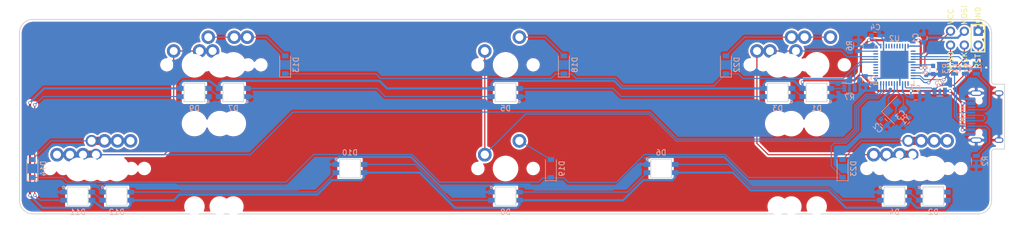
<source format=kicad_pcb>
(kicad_pcb (version 20171130) (host pcbnew "(5.1.10)-1")
  (layers (0 F.Cu signal) (31 B.Cu signal) (34 B.Paste user) (35 F.Paste user) (36 B.SilkS user) (37 F.SilkS user) (38 B.Mask user) (39 F.Mask user) (44 Edge.Cuts user))
  (net 0 "")
  (net 1 +5V)
  (net 2 GND)
  (net 3 "Net-(C2-Pad1)")
  (net 4 "Net-(C3-Pad1)")
  (net 5 "Net-(C6-Pad1)")
  (net 6 "Net-(D13-Pad2)")
  (net 7 "Net-(D14-Pad2)")
  (net 8 "Net-(D18-Pad2)")
  (net 9 "Net-(D19-Pad2)")
  (net 10 "Net-(D22-Pad2)")
  (net 11 "Net-(D23-Pad2)")
  (net 12 "Net-(R1-Pad2)")
  (net 13 "Net-(R2-Pad2)")
  (net 14 D+)
  (net 15 "Net-(R3-Pad2)")
  (net 16 D-)
  (net 17 "Net-(R4-Pad2)")
  (net 18 RST)
  (net 19 "Net-(R6-Pad2)")
  (net 20 ROW0)
  (net 21 ROW1)
  (net 22 COL0)
  (net 23 COL1)
  (net 24 COL2)
  (net 25 RGBLED)
  (net 26 "Net-(R7-Pad2)")
  (net 27 SCK)
  (net 28 MOSI)
  (net 29 MISO)
  (net 30 "Net-(U2-Pad42)")
  (net 31 "Net-(U2-Pad32)")
  (net 32 "Net-(U2-Pad28)")
  (net 33 "Net-(U2-Pad27)")
  (net 34 "Net-(U2-Pad26)")
  (net 35 "Net-(U2-Pad25)")
  (net 36 "Net-(U2-Pad12)")
  (net 37 "Net-(U2-Pad8)")
  (net 38 "Net-(U2-Pad1)")
  (net 39 "Net-(USB1-Pad3)")
  (net 40 "Net-(USB1-Pad9)")
  (net 41 "Net-(D1-Pad2)")
  (net 42 "Net-(D2-Pad4)")
  (net 43 "Net-(D3-Pad2)")
  (net 44 "Net-(D4-Pad4)")
  (net 45 "Net-(D5-Pad2)")
  (net 46 "Net-(D6-Pad4)")
  (net 47 "Net-(D7-Pad2)")
  (net 48 "Net-(D10-Pad2)")
  (net 49 "Net-(D11-Pad4)")
  (net 50 "Net-(D10-Pad4)")
  (net 51 "Net-(D11-Pad2)")
  (net 52 "Net-(U2-Pad40)")
  (net 53 "Net-(U2-Pad39)")
  (net 54 "Net-(U2-Pad38)")
  (net 55 "Net-(U2-Pad37)")
  (net 56 "Net-(U2-Pad36)")
  (net 57 "Net-(U2-Pad19)")
  (net 58 "Net-(U2-Pad18)")
  (net 59 "Net-(U2-Pad41)")
  (net 60 "Net-(D15-Pad4)")
  (module MX_Only_v3:sanpjxlogo (layer F.Cu) (at 256.3876 188.4934)
    (fp_text reference LOGO1 hide)
    (fp_text value Logo_Open_Hardware_Large hide)
  )
  (module MX_Only_v3:MXOnly-1.5U-NoLED (layer F.Cu) (at 304.80128 209.55088)
    (fp_text reference MX12)
    (fp_text value MX-NoLED)
    (pad 2 thru_hole circle (at 2.54 -5.08) (size 2.5 2.5) (drill 1.47) (layers *.Cu *.Mask) (net 11 "Net-(D23-Pad2)"))
    (pad "" np_thru_hole circle (at 0 0) (size 3.9878 3.9878) (drill 3.9878) (layers *.Cu *.Mask))
    (pad 1 thru_hole circle (at -3.81 -2.54) (size 2.5 2.5) (drill 1.47) (layers *.Cu *.Mask) (net 24 COL2))
    (pad "" np_thru_hole circle (at -5.08 0 48.0996) (size 1.75 1.75) (drill 1.75) (layers *.Cu *.Mask))
    (pad "" np_thru_hole circle (at 5.08 0 48.0996) (size 1.75 1.75) (drill 1.75) (layers *.Cu *.Mask))
  )
  (module MX_Only_v3:MXOnly-1.5U-NoLED (layer F.Cu) (at 152.40064 209.55088)
    (fp_text reference MX11)
    (fp_text value MX-NoLED)
    (pad 2 thru_hole circle (at 2.54 -5.08) (size 2.5 2.5) (drill 1.47) (layers *.Cu *.Mask) (net 7 "Net-(D14-Pad2)"))
    (pad "" np_thru_hole circle (at 0 0) (size 3.9878 3.9878) (drill 3.9878) (layers *.Cu *.Mask))
    (pad 1 thru_hole circle (at -3.81 -2.54) (size 2.5 2.5) (drill 1.47) (layers *.Cu *.Mask) (net 22 COL0))
    (pad "" np_thru_hole circle (at -5.08 0 48.0996) (size 1.75 1.75) (drill 1.75) (layers *.Cu *.Mask))
    (pad "" np_thru_hole circle (at 5.08 0 48.0996) (size 1.75 1.75) (drill 1.75) (layers *.Cu *.Mask))
  )
  (module sanproject-keyboard-part:Reset_Pretty (layer F.Cu) (at 312.88482 185.60288 90)
    (fp_text reference U4)
    (fp_text value STF202-22T1G)
    (fp_text user MISO (at -4.25 -2.5 90) (layer F.SilkS))
    (fp_text user VCC (at 4 -2.5 90) (layer F.SilkS))
    (fp_text user SCK (at -4 0 90) (layer F.SilkS))
    (fp_text user MOSI (at 4.25 0 90) (layer F.SilkS))
    (fp_text user RST (at -4.25 2.5 90) (layer F.SilkS))
    (fp_text user GND (at 4.25 2.5 90) (layer F.SilkS))
    (pad 6 thru_hole rect (at 1.27 2.54 90) (size 1.7 1.7) (drill 1) (layers *.Cu *.Mask) (net 2 GND))
    (pad 5 thru_hole circle (at -1.27 2.54 90) (size 1.7 1.7) (drill 1) (layers *.Cu *.Mask) (net 18 RST))
    (pad 4 thru_hole circle (at 1.27 0 90) (size 1.7 1.7) (drill 1) (layers *.Cu *.Mask) (net 1 +5V))
    (pad 3 thru_hole circle (at -1.27 0 90) (size 1.7 1.7) (drill 1) (layers *.Cu *.Mask) (net 28 MOSI))
    (pad 2 thru_hole circle (at 1.27 -2.54 90) (size 1.7 1.7) (drill 1) (layers *.Cu *.Mask) (net 27 SCK))
    (pad 1 thru_hole circle (at -1.27 -2.54 90) (size 1.7 1.7) (drill 1) (layers *.Cu *.Mask) (net 29 MISO))
  )
  (module sanproject-keyboard-part:R_0805 (layer B.Cu) (at 308.36874 195.35394 180)
    (fp_text reference R5 (at 0 1.65) (layer B.SilkS) (effects (justify mirror)))
    (fp_text value 10k)
    (pad 1 smd rect (at -0.95 0 180) (size 0.7 1.3) (layers B.Cu B.Paste B.Mask) (net 1 +5V))
    (pad 2 smd rect (at 0.95 0 180) (size 0.7 1.3) (layers B.Cu B.Paste B.Mask) (net 18 RST))
  )
  (module sanproject-keyboard-part:R_0805 (layer B.Cu) (at 311.0804 191.1858 270)
    (fp_text reference R3 (at 0 1.65 90) (layer B.SilkS) (effects (justify mirror)))
    (fp_text value 22)
    (pad 1 smd rect (at -0.95 0 270) (size 0.7 1.3) (layers B.Cu B.Paste B.Mask) (net 14 D+))
    (pad 2 smd rect (at 0.95 0 270) (size 0.7 1.3) (layers B.Cu B.Paste B.Mask) (net 15 "Net-(R3-Pad2)"))
  )
  (module sanproject-keyboard-part:C_0603 (layer B.Cu) (at 296.545 185.1025 180)
    (fp_text reference C4 (at 0 1.5) (layer B.SilkS) (effects (justify mirror)))
    (fp_text value 0.1uF)
    (pad 2 smd rect (at 0.75 0 180) (size 0.8 0.75) (layers B.Cu B.Paste B.Mask) (net 1 +5V))
    (pad 1 smd rect (at -0.75 0 180) (size 0.8 0.75) (layers B.Cu B.Paste B.Mask) (net 2 GND))
  )
  (module sanproject-keyboard-part:C_0603 (layer B.Cu) (at 303.9745 196.342 180)
    (fp_text reference C7 (at 0 1.5) (layer B.SilkS) (effects (justify mirror)))
    (fp_text value 0.1uF)
    (pad 2 smd rect (at 0.75 0 180) (size 0.8 0.75) (layers B.Cu B.Paste B.Mask) (net 1 +5V))
    (pad 1 smd rect (at -0.75 0 180) (size 0.8 0.75) (layers B.Cu B.Paste B.Mask) (net 2 GND))
  )
  (module sanproject-keyboard-part:C_0603 (layer B.Cu) (at 294.767 193.3575 90)
    (fp_text reference C5 (at 0 1.5 90) (layer B.SilkS) (effects (justify mirror)))
    (fp_text value 0.1uF)
    (pad 2 smd rect (at 0.75 0 90) (size 0.8 0.75) (layers B.Cu B.Paste B.Mask) (net 1 +5V))
    (pad 1 smd rect (at -0.75 0 90) (size 0.8 0.75) (layers B.Cu B.Paste B.Mask) (net 2 GND))
  )
  (module sanproject-keyboard-part:C_0603 (layer B.Cu) (at 305.435 185.6105 270)
    (fp_text reference C1 (at 0 1.5 90) (layer B.SilkS) (effects (justify mirror)))
    (fp_text value 10uF)
    (pad 2 smd rect (at 0.75 0 270) (size 0.8 0.75) (layers B.Cu B.Paste B.Mask) (net 1 +5V))
    (pad 1 smd rect (at -0.75 0 270) (size 0.8 0.75) (layers B.Cu B.Paste B.Mask) (net 2 GND))
  )
  (module Package_DFN_QFN:QFN-44-1EP_7x7mm_P0.5mm_EP5.15x5.15mm (layer B.Cu) (at 300.0375 190.5 180)
    (fp_text reference U2 (at 0 4.82) (layer B.SilkS) (effects (justify mirror)))
    (fp_text value ATmega32U4-MU)
    (pad 45 smd rect (at 0 0 180) (size 5.15 5.15) (layers B.Cu B.Mask) (net 2 GND))
    (pad 44 smd roundrect (at -2.5 3.4375 180) (size 0.25 0.875) (layers B.Cu B.Paste B.Mask) (net 1 +5V))
    (pad 43 smd roundrect (at -2 3.4375 180) (size 0.25 0.875) (layers B.Cu B.Paste B.Mask) (net 2 GND))
    (pad 42 smd roundrect (at -1.5 3.4375 180) (size 0.25 0.875) (layers B.Cu B.Paste B.Mask) (net 30 "Net-(U2-Pad42)"))
    (pad 41 smd roundrect (at -1 3.4375 180) (size 0.25 0.875) (layers B.Cu B.Paste B.Mask) (net 59 "Net-(U2-Pad41)"))
    (pad 40 smd roundrect (at -0.5 3.4375 180) (size 0.25 0.875) (layers B.Cu B.Paste B.Mask) (net 52 "Net-(U2-Pad40)"))
    (pad 39 smd roundrect (at 0 3.4375 180) (size 0.25 0.875) (layers B.Cu B.Paste B.Mask) (net 53 "Net-(U2-Pad39)"))
    (pad 38 smd roundrect (at 0.5 3.4375 180) (size 0.25 0.875) (layers B.Cu B.Paste B.Mask) (net 54 "Net-(U2-Pad38)"))
    (pad 37 smd roundrect (at 1 3.4375 180) (size 0.25 0.875) (layers B.Cu B.Paste B.Mask) (net 55 "Net-(U2-Pad37)"))
    (pad 36 smd roundrect (at 1.5 3.4375 180) (size 0.25 0.875) (layers B.Cu B.Paste B.Mask) (net 56 "Net-(U2-Pad36)"))
    (pad 35 smd roundrect (at 2 3.4375 180) (size 0.25 0.875) (layers B.Cu B.Paste B.Mask) (net 2 GND))
    (pad 34 smd roundrect (at 2.5 3.4375 180) (size 0.25 0.875) (layers B.Cu B.Paste B.Mask) (net 1 +5V))
    (pad 33 smd roundrect (at 3.4375 2.5 180) (size 0.875 0.25) (layers B.Cu B.Paste B.Mask) (net 19 "Net-(R6-Pad2)"))
    (pad 32 smd roundrect (at 3.4375 2 180) (size 0.875 0.25) (layers B.Cu B.Paste B.Mask) (net 31 "Net-(U2-Pad32)"))
    (pad 31 smd roundrect (at 3.4375 1.5 180) (size 0.875 0.25) (layers B.Cu B.Paste B.Mask) (net 24 COL2))
    (pad 30 smd roundrect (at 3.4375 1 180) (size 0.875 0.25) (layers B.Cu B.Paste B.Mask) (net 20 ROW0))
    (pad 29 smd roundrect (at 3.4375 0.5 180) (size 0.875 0.25) (layers B.Cu B.Paste B.Mask) (net 26 "Net-(R7-Pad2)"))
    (pad 28 smd roundrect (at 3.4375 0 180) (size 0.875 0.25) (layers B.Cu B.Paste B.Mask) (net 32 "Net-(U2-Pad28)"))
    (pad 27 smd roundrect (at 3.4375 -0.5 180) (size 0.875 0.25) (layers B.Cu B.Paste B.Mask) (net 33 "Net-(U2-Pad27)"))
    (pad 26 smd roundrect (at 3.4375 -1 180) (size 0.875 0.25) (layers B.Cu B.Paste B.Mask) (net 34 "Net-(U2-Pad26)"))
    (pad 25 smd roundrect (at 3.4375 -1.5 180) (size 0.875 0.25) (layers B.Cu B.Paste B.Mask) (net 35 "Net-(U2-Pad25)"))
    (pad 24 smd roundrect (at 3.4375 -2 180) (size 0.875 0.25) (layers B.Cu B.Paste B.Mask) (net 1 +5V))
    (pad 23 smd roundrect (at 3.4375 -2.5 180) (size 0.875 0.25) (layers B.Cu B.Paste B.Mask) (net 2 GND))
    (pad 22 smd roundrect (at 2.5 -3.4375 180) (size 0.25 0.875) (layers B.Cu B.Paste B.Mask) (net 22 COL0))
    (pad 21 smd roundrect (at 2 -3.4375 180) (size 0.25 0.875) (layers B.Cu B.Paste B.Mask) (net 23 COL1))
    (pad 20 smd roundrect (at 1.5 -3.4375 180) (size 0.25 0.875) (layers B.Cu B.Paste B.Mask) (net 21 ROW1))
    (pad 19 smd roundrect (at 1 -3.4375 180) (size 0.25 0.875) (layers B.Cu B.Paste B.Mask) (net 57 "Net-(U2-Pad19)"))
    (pad 18 smd roundrect (at 0.5 -3.4375 180) (size 0.25 0.875) (layers B.Cu B.Paste B.Mask) (net 58 "Net-(U2-Pad18)"))
    (pad 17 smd roundrect (at 0 -3.4375 180) (size 0.25 0.875) (layers B.Cu B.Paste B.Mask) (net 3 "Net-(C2-Pad1)"))
    (pad 16 smd roundrect (at -0.5 -3.4375 180) (size 0.25 0.875) (layers B.Cu B.Paste B.Mask) (net 4 "Net-(C3-Pad1)"))
    (pad 15 smd roundrect (at -1 -3.4375 180) (size 0.25 0.875) (layers B.Cu B.Paste B.Mask) (net 2 GND))
    (pad 14 smd roundrect (at -1.5 -3.4375 180) (size 0.25 0.875) (layers B.Cu B.Paste B.Mask) (net 1 +5V))
    (pad 13 smd roundrect (at -2 -3.4375 180) (size 0.25 0.875) (layers B.Cu B.Paste B.Mask) (net 18 RST))
    (pad 12 smd roundrect (at -2.5 -3.4375 180) (size 0.25 0.875) (layers B.Cu B.Paste B.Mask) (net 36 "Net-(U2-Pad12)"))
    (pad 11 smd roundrect (at -3.4375 -2.5 180) (size 0.875 0.25) (layers B.Cu B.Paste B.Mask) (net 29 MISO))
    (pad 10 smd roundrect (at -3.4375 -2 180) (size 0.875 0.25) (layers B.Cu B.Paste B.Mask) (net 28 MOSI))
    (pad 9 smd roundrect (at -3.4375 -1.5 180) (size 0.875 0.25) (layers B.Cu B.Paste B.Mask) (net 27 SCK))
    (pad 8 smd roundrect (at -3.4375 -1 180) (size 0.875 0.25) (layers B.Cu B.Paste B.Mask) (net 37 "Net-(U2-Pad8)"))
    (pad 7 smd roundrect (at -3.4375 -0.5 180) (size 0.875 0.25) (layers B.Cu B.Paste B.Mask) (net 1 +5V))
    (pad 6 smd roundrect (at -3.4375 0 180) (size 0.875 0.25) (layers B.Cu B.Paste B.Mask) (net 5 "Net-(C6-Pad1)"))
    (pad 5 smd roundrect (at -3.4375 0.5 180) (size 0.875 0.25) (layers B.Cu B.Paste B.Mask) (net 2 GND))
    (pad 4 smd roundrect (at -3.4375 1 180) (size 0.875 0.25) (layers B.Cu B.Paste B.Mask) (net 14 D+))
    (pad 3 smd roundrect (at -3.4375 1.5 180) (size 0.875 0.25) (layers B.Cu B.Paste B.Mask) (net 16 D-))
    (pad 2 smd roundrect (at -3.4375 2 180) (size 0.875 0.25) (layers B.Cu B.Paste B.Mask) (net 1 +5V))
    (pad 1 smd roundrect (at -3.4375 2.5 180) (size 0.875 0.25) (layers B.Cu B.Paste B.Mask) (net 38 "Net-(U2-Pad1)"))
  )
  (module sanproject-keyboard-part:Crystal_SMD_3225-4Pin_3.2x2.5mm (layer B.Cu) (at 300.2915 198.8185 45)
    (fp_text reference Y1 (at 0 2.45 225) (layer B.SilkS) (effects (justify mirror)))
    (fp_text value 16Mhz)
    (pad 4 smd rect (at -1.1 0.85 45) (size 1.4 1.2) (layers B.Cu B.Paste B.Mask) (net 2 GND))
    (pad 3 smd rect (at 1.1 0.85 45) (size 1.4 1.2) (layers B.Cu B.Paste B.Mask) (net 4 "Net-(C3-Pad1)"))
    (pad 2 smd rect (at 1.1 -0.85 45) (size 1.4 1.2) (layers B.Cu B.Paste B.Mask) (net 2 GND))
    (pad 1 smd rect (at -1.1 -0.85 45) (size 1.4 1.2) (layers B.Cu B.Paste B.Mask) (net 3 "Net-(C2-Pad1)"))
  )
  (module sanproject-keyboard-part:R_0805 (layer B.Cu) (at 291.7825 194.818)
    (fp_text reference R7 (at 0 1.65) (layer B.SilkS) (effects (justify mirror)))
    (fp_text value R)
    (pad 1 smd rect (at -0.95 0) (size 0.7 1.3) (layers B.Cu B.Paste B.Mask) (net 25 RGBLED))
    (pad 2 smd rect (at 0.95 0) (size 0.7 1.3) (layers B.Cu B.Paste B.Mask) (net 26 "Net-(R7-Pad2)"))
  )
  (module sanproject-keyboard-part:R_0805 (layer B.Cu) (at 293.4335 187.0075 270)
    (fp_text reference R6 (at 0 1.65 90) (layer B.SilkS) (effects (justify mirror)))
    (fp_text value 1k)
    (pad 1 smd rect (at -0.95 0 270) (size 0.7 1.3) (layers B.Cu B.Paste B.Mask) (net 2 GND))
    (pad 2 smd rect (at 0.95 0 270) (size 0.7 1.3) (layers B.Cu B.Paste B.Mask) (net 19 "Net-(R6-Pad2)"))
  )
  (module sanproject-keyboard-part:R_0805 (layer B.Cu) (at 313.0804 191.1858 270)
    (fp_text reference R4 (at 0 1.65 90) (layer B.SilkS) (effects (justify mirror)))
    (fp_text value 22)
    (pad 1 smd rect (at -0.95 0 270) (size 0.7 1.3) (layers B.Cu B.Paste B.Mask) (net 16 D-))
    (pad 2 smd rect (at 0.95 0 270) (size 0.7 1.3) (layers B.Cu B.Paste B.Mask) (net 17 "Net-(R4-Pad2)"))
  )
  (module sanproject-keyboard-part:R_0805 (layer B.Cu) (at 315.0804 208.1858 90)
    (fp_text reference R2 (at 0 1.65 90) (layer B.SilkS) (effects (justify mirror)))
    (fp_text value 5.1k)
    (pad 1 smd rect (at -0.95 0 90) (size 0.7 1.3) (layers B.Cu B.Paste B.Mask) (net 2 GND))
    (pad 2 smd rect (at 0.95 0 90) (size 0.7 1.3) (layers B.Cu B.Paste B.Mask) (net 13 "Net-(R2-Pad2)"))
  )
  (module sanproject-keyboard-part:R_0805 (layer B.Cu) (at 315.0804 191.1858 270)
    (fp_text reference R1 (at 0 1.65 90) (layer B.SilkS) (effects (justify mirror)))
    (fp_text value 5.1k)
    (pad 1 smd rect (at -0.95 0 270) (size 0.7 1.3) (layers B.Cu B.Paste B.Mask) (net 2 GND))
    (pad 2 smd rect (at 0.95 0 270) (size 0.7 1.3) (layers B.Cu B.Paste B.Mask) (net 12 "Net-(R1-Pad2)"))
  )
  (module sanproject-keyboard-part:D_SOD-123 (layer B.Cu) (at 290.5125 209.55 90)
    (fp_text reference D23 (at 0 2 90) (layer B.SilkS) (effects (justify mirror)))
    (fp_text value D)
    (pad 1 smd rect (at -1.65 0 90) (size 0.9 1.2) (layers B.Cu B.Paste B.Mask) (net 21 ROW1))
    (pad 2 smd rect (at 1.65 0 90) (size 0.9 1.2) (layers B.Cu B.Paste B.Mask) (net 11 "Net-(D23-Pad2)"))
  )
  (module sanproject-keyboard-part:D_SOD-123 (layer B.Cu) (at 269.08125 190.5 90)
    (fp_text reference D22 (at 0 2 90) (layer B.SilkS) (effects (justify mirror)))
    (fp_text value D)
    (pad 1 smd rect (at -1.65 0 90) (size 0.9 1.2) (layers B.Cu B.Paste B.Mask) (net 20 ROW0))
    (pad 2 smd rect (at 1.65 0 90) (size 0.9 1.2) (layers B.Cu B.Paste B.Mask) (net 10 "Net-(D22-Pad2)"))
  )
  (module sanproject-keyboard-part:D_SOD-123 (layer B.Cu) (at 236.934375 209.55 90)
    (fp_text reference D19 (at 0 2 90) (layer B.SilkS) (effects (justify mirror)))
    (fp_text value D)
    (pad 1 smd rect (at -1.65 0 90) (size 0.9 1.2) (layers B.Cu B.Paste B.Mask) (net 21 ROW1))
    (pad 2 smd rect (at 1.65 0 90) (size 0.9 1.2) (layers B.Cu B.Paste B.Mask) (net 9 "Net-(D19-Pad2)"))
  )
  (module sanproject-keyboard-part:D_SOD-123 (layer B.Cu) (at 239.315625 190.5 90)
    (fp_text reference D18 (at 0 2 90) (layer B.SilkS) (effects (justify mirror)))
    (fp_text value D)
    (pad 1 smd rect (at -1.65 0 90) (size 0.9 1.2) (layers B.Cu B.Paste B.Mask) (net 20 ROW0))
    (pad 2 smd rect (at 1.65 0 90) (size 0.9 1.2) (layers B.Cu B.Paste B.Mask) (net 8 "Net-(D18-Pad2)"))
  )
  (module sanproject-keyboard-part:D_SOD-123 (layer B.Cu) (at 141.684375 209.55 90)
    (fp_text reference D14 (at 0 2 90) (layer B.SilkS) (effects (justify mirror)))
    (fp_text value D)
    (pad 1 smd rect (at -1.65 0 90) (size 0.9 1.2) (layers B.Cu B.Paste B.Mask) (net 21 ROW1))
    (pad 2 smd rect (at 1.65 0 90) (size 0.9 1.2) (layers B.Cu B.Paste B.Mask) (net 7 "Net-(D14-Pad2)"))
  )
  (module sanproject-keyboard-part:D_SOD-123 (layer B.Cu) (at 188.11875 190.5 90)
    (fp_text reference D13 (at 0 2 90) (layer B.SilkS) (effects (justify mirror)))
    (fp_text value D)
    (pad 1 smd rect (at -1.65 0 90) (size 0.9 1.2) (layers B.Cu B.Paste B.Mask) (net 20 ROW0))
    (pad 2 smd rect (at 1.65 0 90) (size 0.9 1.2) (layers B.Cu B.Paste B.Mask) (net 6 "Net-(D13-Pad2)"))
  )
  (module sanproject-keyboard-part:C_0603 (layer B.Cu) (at 307.1495 191.4525 270)
    (fp_text reference C6 (at 0 1.5 90) (layer B.SilkS) (effects (justify mirror)))
    (fp_text value 1uF)
    (pad 2 smd rect (at 0.75 0 270) (size 0.8 0.75) (layers B.Cu B.Paste B.Mask) (net 2 GND))
    (pad 1 smd rect (at -0.75 0 270) (size 0.8 0.75) (layers B.Cu B.Paste B.Mask) (net 5 "Net-(C6-Pad1)"))
  )
  (module sanproject-keyboard-part:C_0603 (layer B.Cu) (at 302.1965 200.787 225)
    (fp_text reference C3 (at 0 1.5 45) (layer B.SilkS) (effects (justify mirror)))
    (fp_text value 22pF)
    (pad 2 smd rect (at 0.75 0 225) (size 0.8 0.75) (layers B.Cu B.Paste B.Mask) (net 2 GND))
    (pad 1 smd rect (at -0.75 0 225) (size 0.8 0.75) (layers B.Cu B.Paste B.Mask) (net 4 "Net-(C3-Pad1)"))
  )
  (module sanproject-keyboard-part:C_0603 (layer B.Cu) (at 298.069 201.041 315)
    (fp_text reference C2 (at 0 1.5 135) (layer B.SilkS) (effects (justify mirror)))
    (fp_text value 22pF)
    (pad 2 smd rect (at 0.75 0 315) (size 0.8 0.75) (layers B.Cu B.Paste B.Mask) (net 2 GND))
    (pad 1 smd rect (at -0.75 0 315) (size 0.8 0.75) (layers B.Cu B.Paste B.Mask) (net 3 "Net-(C2-Pad1)"))
  )
  (module sanproject-keyboard-part:RGB-6028_FLIPPED (layer B.Cu) (at 228.6 209.55 180)
    (fp_text reference D8 (at 0 -8) (layer B.SilkS) (effects (justify mirror)))
    (fp_text value WS2812B)
    (fp_line (start -1.9 -3.38) (end -1.9 -6.78) (layer Edge.Cuts) (width 0.15))
    (fp_line (start 1.9 -6.78) (end -1.9 -6.78) (layer Edge.Cuts) (width 0.15))
    (fp_line (start 1.9 -3.38) (end 1.9 -6.78) (layer Edge.Cuts) (width 0.15))
    (fp_line (start 1.9 -3.38) (end -1.9 -3.38) (layer Edge.Cuts) (width 0.15))
    (pad 4 smd rect (at 2.595 -5.83 180) (size 1.19 0.9) (layers B.Cu B.Paste B.Mask) (net 48 "Net-(D10-Pad2)"))
    (pad 2 smd rect (at -2.595 -4.33 180) (size 1.19 0.9) (layers B.Cu B.Paste B.Mask) (net 46 "Net-(D6-Pad4)"))
    (pad 1 smd rect (at -2.595 -5.83 180) (size 1.19 0.9) (layers B.Cu B.Paste B.Mask) (net 1 +5V))
    (pad 3 smd rect (at 2.595 -4.33 180) (size 1.19 0.9) (layers B.Cu B.Paste B.Mask) (net 2 GND))
  )
  (module sanproject-keyboard-part:RGB-6028-mid (layer B.Cu) (at 257.175 209.55)
    (fp_text reference D6 (at 0 -2.92 180) (layer B.SilkS) (effects (justify mirror)))
    (fp_text value WS2812B)
    (fp_line (start -1.9 1.7) (end -1.9 -1.7) (layer Edge.Cuts) (width 0.15))
    (fp_line (start 1.9 -1.7) (end -1.9 -1.7) (layer Edge.Cuts) (width 0.15))
    (fp_line (start 1.9 1.7) (end 1.9 -1.7) (layer Edge.Cuts) (width 0.15))
    (fp_line (start 1.9 1.7) (end -1.9 1.7) (layer Edge.Cuts) (width 0.15))
    (pad 1 smd rect (at 2.595 0.75) (size 1.19 0.9) (layers B.Cu B.Paste B.Mask) (net 1 +5V))
    (pad 3 smd rect (at -2.595 -0.75) (size 1.19 0.9) (layers B.Cu B.Paste B.Mask) (net 2 GND))
    (pad 4 smd rect (at -2.595 0.75) (size 1.19 0.9) (layers B.Cu B.Paste B.Mask) (net 46 "Net-(D6-Pad4)"))
    (pad 2 smd rect (at 2.595 -0.75) (size 1.19 0.9) (layers B.Cu B.Paste B.Mask) (net 44 "Net-(D4-Pad4)"))
  )
  (module sanproject-keyboard-part:RGB-6028-mid (layer B.Cu) (at 200.025 209.55)
    (fp_text reference D10 (at 0 -2.92 180) (layer B.SilkS) (effects (justify mirror)))
    (fp_text value WS2812B)
    (fp_line (start -1.9 1.7) (end -1.9 -1.7) (layer Edge.Cuts) (width 0.15))
    (fp_line (start 1.9 -1.7) (end -1.9 -1.7) (layer Edge.Cuts) (width 0.15))
    (fp_line (start 1.9 1.7) (end 1.9 -1.7) (layer Edge.Cuts) (width 0.15))
    (fp_line (start 1.9 1.7) (end -1.9 1.7) (layer Edge.Cuts) (width 0.15))
    (pad 1 smd rect (at 2.595 0.75) (size 1.19 0.9) (layers B.Cu B.Paste B.Mask) (net 1 +5V))
    (pad 3 smd rect (at -2.595 -0.75) (size 1.19 0.9) (layers B.Cu B.Paste B.Mask) (net 2 GND))
    (pad 4 smd rect (at -2.595 0.75) (size 1.19 0.9) (layers B.Cu B.Paste B.Mask) (net 50 "Net-(D10-Pad4)"))
    (pad 2 smd rect (at 2.595 -0.75) (size 1.19 0.9) (layers B.Cu B.Paste B.Mask) (net 48 "Net-(D10-Pad2)"))
  )
  (module sanproject-keyboard-part:RGB-6028_FLIPPED (layer B.Cu) (at 157.1625 209.55 180)
    (fp_text reference D12 (at 0 -8) (layer B.SilkS) (effects (justify mirror)))
    (fp_text value WS2812B)
    (fp_line (start -1.9 -3.38) (end -1.9 -6.78) (layer Edge.Cuts) (width 0.15))
    (fp_line (start 1.9 -6.78) (end -1.9 -6.78) (layer Edge.Cuts) (width 0.15))
    (fp_line (start 1.9 -3.38) (end 1.9 -6.78) (layer Edge.Cuts) (width 0.15))
    (fp_line (start 1.9 -3.38) (end -1.9 -3.38) (layer Edge.Cuts) (width 0.15))
    (pad 4 smd rect (at 2.595 -5.83 180) (size 1.19 0.9) (layers B.Cu B.Paste B.Mask) (net 51 "Net-(D11-Pad2)"))
    (pad 2 smd rect (at -2.595 -4.33 180) (size 1.19 0.9) (layers B.Cu B.Paste B.Mask) (net 50 "Net-(D10-Pad4)"))
    (pad 1 smd rect (at -2.595 -5.83 180) (size 1.19 0.9) (layers B.Cu B.Paste B.Mask) (net 1 +5V))
    (pad 3 smd rect (at 2.595 -4.33 180) (size 1.19 0.9) (layers B.Cu B.Paste B.Mask) (net 2 GND))
  )
  (module sanproject-keyboard-part:RGB-6028_FLIPPED (layer B.Cu) (at 150.01875 209.55 180)
    (fp_text reference D11 (at 0 -8) (layer B.SilkS) (effects (justify mirror)))
    (fp_text value WS2812B)
    (fp_line (start -1.9 -3.38) (end -1.9 -6.78) (layer Edge.Cuts) (width 0.15))
    (fp_line (start 1.9 -6.78) (end -1.9 -6.78) (layer Edge.Cuts) (width 0.15))
    (fp_line (start 1.9 -3.38) (end 1.9 -6.78) (layer Edge.Cuts) (width 0.15))
    (fp_line (start 1.9 -3.38) (end -1.9 -3.38) (layer Edge.Cuts) (width 0.15))
    (pad 4 smd rect (at 2.595 -5.83 180) (size 1.19 0.9) (layers B.Cu B.Paste B.Mask) (net 49 "Net-(D11-Pad4)"))
    (pad 2 smd rect (at -2.595 -4.33 180) (size 1.19 0.9) (layers B.Cu B.Paste B.Mask) (net 51 "Net-(D11-Pad2)"))
    (pad 1 smd rect (at -2.595 -5.83 180) (size 1.19 0.9) (layers B.Cu B.Paste B.Mask) (net 1 +5V))
    (pad 3 smd rect (at 2.595 -4.33 180) (size 1.19 0.9) (layers B.Cu B.Paste B.Mask) (net 2 GND))
  )
  (module sanproject-keyboard-part:RGB-6028_FLIPPED (layer B.Cu) (at 300.0375 209.55 180)
    (fp_text reference D4 (at 0 -8) (layer B.SilkS) (effects (justify mirror)))
    (fp_text value WS2812B)
    (fp_line (start 1.9 -3.38) (end -1.9 -3.38) (layer Edge.Cuts) (width 0.15))
    (fp_line (start 1.9 -3.38) (end 1.9 -6.78) (layer Edge.Cuts) (width 0.15))
    (fp_line (start 1.9 -6.78) (end -1.9 -6.78) (layer Edge.Cuts) (width 0.15))
    (fp_line (start -1.9 -3.38) (end -1.9 -6.78) (layer Edge.Cuts) (width 0.15))
    (pad 3 smd rect (at 2.595 -4.33 180) (size 1.19 0.9) (layers B.Cu B.Paste B.Mask) (net 2 GND))
    (pad 1 smd rect (at -2.595 -5.83 180) (size 1.19 0.9) (layers B.Cu B.Paste B.Mask) (net 1 +5V))
    (pad 2 smd rect (at -2.595 -4.33 180) (size 1.19 0.9) (layers B.Cu B.Paste B.Mask) (net 42 "Net-(D2-Pad4)"))
    (pad 4 smd rect (at 2.595 -5.83 180) (size 1.19 0.9) (layers B.Cu B.Paste B.Mask) (net 44 "Net-(D4-Pad4)"))
  )
  (module sanproject-keyboard-part:RGB-6028_FLIPPED (layer B.Cu) (at 307.18125 209.55 180)
    (fp_text reference D2 (at 0 -8) (layer B.SilkS) (effects (justify mirror)))
    (fp_text value WS2812B)
    (fp_line (start -1.9 -3.38) (end -1.9 -6.78) (layer Edge.Cuts) (width 0.15))
    (fp_line (start 1.9 -6.78) (end -1.9 -6.78) (layer Edge.Cuts) (width 0.15))
    (fp_line (start 1.9 -3.38) (end 1.9 -6.78) (layer Edge.Cuts) (width 0.15))
    (fp_line (start 1.9 -3.38) (end -1.9 -3.38) (layer Edge.Cuts) (width 0.15))
    (pad 4 smd rect (at 2.595 -5.83 180) (size 1.19 0.9) (layers B.Cu B.Paste B.Mask) (net 42 "Net-(D2-Pad4)"))
    (pad 2 smd rect (at -2.595 -4.33 180) (size 1.19 0.9) (layers B.Cu B.Paste B.Mask) (net 60 "Net-(D15-Pad4)"))
    (pad 1 smd rect (at -2.595 -5.83 180) (size 1.19 0.9) (layers B.Cu B.Paste B.Mask) (net 1 +5V))
    (pad 3 smd rect (at 2.595 -4.33 180) (size 1.19 0.9) (layers B.Cu B.Paste B.Mask) (net 2 GND))
  )
  (module sanproject-keyboard-part:RGB-6028 (layer B.Cu) (at 171.45 190.5 180)
    (fp_text reference D9 (at 0 -8) (layer B.SilkS) (effects (justify mirror)))
    (fp_text value WS2812B)
    (fp_line (start -1.9 -3.38) (end -1.9 -6.78) (layer Edge.Cuts) (width 0.15))
    (fp_line (start 1.9 -6.78) (end -1.9 -6.78) (layer Edge.Cuts) (width 0.15))
    (fp_line (start 1.9 -3.38) (end 1.9 -6.78) (layer Edge.Cuts) (width 0.15))
    (fp_line (start 1.9 -3.38) (end -1.9 -3.38) (layer Edge.Cuts) (width 0.15))
    (pad 2 smd rect (at 2.595 -5.83 180) (size 1.19 0.9) (layers B.Cu B.Paste B.Mask) (net 49 "Net-(D11-Pad4)"))
    (pad 4 smd rect (at -2.595 -4.33 180) (size 1.19 0.9) (layers B.Cu B.Paste B.Mask) (net 47 "Net-(D7-Pad2)"))
    (pad 3 smd rect (at -2.595 -5.83 180) (size 1.19 0.9) (layers B.Cu B.Paste B.Mask) (net 2 GND))
    (pad 1 smd rect (at 2.595 -4.33 180) (size 1.19 0.9) (layers B.Cu B.Paste B.Mask) (net 1 +5V))
  )
  (module sanproject-keyboard-part:RGB-6028 (layer B.Cu) (at 178.59375 190.5 180)
    (fp_text reference D7 (at 0 -8) (layer B.SilkS) (effects (justify mirror)))
    (fp_text value WS2812B)
    (fp_line (start -1.9 -3.38) (end -1.9 -6.78) (layer Edge.Cuts) (width 0.15))
    (fp_line (start 1.9 -6.78) (end -1.9 -6.78) (layer Edge.Cuts) (width 0.15))
    (fp_line (start 1.9 -3.38) (end 1.9 -6.78) (layer Edge.Cuts) (width 0.15))
    (fp_line (start 1.9 -3.38) (end -1.9 -3.38) (layer Edge.Cuts) (width 0.15))
    (pad 2 smd rect (at 2.595 -5.83 180) (size 1.19 0.9) (layers B.Cu B.Paste B.Mask) (net 47 "Net-(D7-Pad2)"))
    (pad 4 smd rect (at -2.595 -4.33 180) (size 1.19 0.9) (layers B.Cu B.Paste B.Mask) (net 45 "Net-(D5-Pad2)"))
    (pad 3 smd rect (at -2.595 -5.83 180) (size 1.19 0.9) (layers B.Cu B.Paste B.Mask) (net 2 GND))
    (pad 1 smd rect (at 2.595 -4.33 180) (size 1.19 0.9) (layers B.Cu B.Paste B.Mask) (net 1 +5V))
  )
  (module sanproject-keyboard-part:RGB-6028 (layer B.Cu) (at 228.6 190.5 180)
    (fp_text reference D5 (at 0 -8) (layer B.SilkS) (effects (justify mirror)))
    (fp_text value WS2812B)
    (fp_line (start -1.9 -3.38) (end -1.9 -6.78) (layer Edge.Cuts) (width 0.15))
    (fp_line (start 1.9 -6.78) (end -1.9 -6.78) (layer Edge.Cuts) (width 0.15))
    (fp_line (start 1.9 -3.38) (end 1.9 -6.78) (layer Edge.Cuts) (width 0.15))
    (fp_line (start 1.9 -3.38) (end -1.9 -3.38) (layer Edge.Cuts) (width 0.15))
    (pad 2 smd rect (at 2.595 -5.83 180) (size 1.19 0.9) (layers B.Cu B.Paste B.Mask) (net 45 "Net-(D5-Pad2)"))
    (pad 4 smd rect (at -2.595 -4.33 180) (size 1.19 0.9) (layers B.Cu B.Paste B.Mask) (net 43 "Net-(D3-Pad2)"))
    (pad 3 smd rect (at -2.595 -5.83 180) (size 1.19 0.9) (layers B.Cu B.Paste B.Mask) (net 2 GND))
    (pad 1 smd rect (at 2.595 -4.33 180) (size 1.19 0.9) (layers B.Cu B.Paste B.Mask) (net 1 +5V))
  )
  (module sanproject-keyboard-part:RGB-6028 (layer B.Cu) (at 278.60625 190.5 180)
    (fp_text reference D3 (at 0 -8) (layer B.SilkS) (effects (justify mirror)))
    (fp_text value WS2812B)
    (fp_line (start -1.9 -3.38) (end -1.9 -6.78) (layer Edge.Cuts) (width 0.15))
    (fp_line (start 1.9 -6.78) (end -1.9 -6.78) (layer Edge.Cuts) (width 0.15))
    (fp_line (start 1.9 -3.38) (end 1.9 -6.78) (layer Edge.Cuts) (width 0.15))
    (fp_line (start 1.9 -3.38) (end -1.9 -3.38) (layer Edge.Cuts) (width 0.15))
    (pad 2 smd rect (at 2.595 -5.83 180) (size 1.19 0.9) (layers B.Cu B.Paste B.Mask) (net 43 "Net-(D3-Pad2)"))
    (pad 4 smd rect (at -2.595 -4.33 180) (size 1.19 0.9) (layers B.Cu B.Paste B.Mask) (net 41 "Net-(D1-Pad2)"))
    (pad 3 smd rect (at -2.595 -5.83 180) (size 1.19 0.9) (layers B.Cu B.Paste B.Mask) (net 2 GND))
    (pad 1 smd rect (at 2.595 -4.33 180) (size 1.19 0.9) (layers B.Cu B.Paste B.Mask) (net 1 +5V))
  )
  (module sanproject-keyboard-part:RGB-6028 (layer B.Cu) (at 285.75 190.5 180)
    (fp_text reference D1 (at 0 -8) (layer B.SilkS) (effects (justify mirror)))
    (fp_text value WS2812B)
    (fp_line (start -1.9 -3.38) (end -1.9 -6.78) (layer Edge.Cuts) (width 0.15))
    (fp_line (start 1.9 -6.78) (end -1.9 -6.78) (layer Edge.Cuts) (width 0.15))
    (fp_line (start 1.9 -3.38) (end 1.9 -6.78) (layer Edge.Cuts) (width 0.15))
    (fp_line (start 1.9 -3.38) (end -1.9 -3.38) (layer Edge.Cuts) (width 0.15))
    (pad 2 smd rect (at 2.595 -5.83 180) (size 1.19 0.9) (layers B.Cu B.Paste B.Mask) (net 41 "Net-(D1-Pad2)"))
    (pad 4 smd rect (at -2.595 -4.33 180) (size 1.19 0.9) (layers B.Cu B.Paste B.Mask) (net 25 RGBLED))
    (pad 3 smd rect (at -2.595 -5.83 180) (size 1.19 0.9) (layers B.Cu B.Paste B.Mask) (net 2 GND))
    (pad 1 smd rect (at 2.595 -4.33 180) (size 1.19 0.9) (layers B.Cu B.Paste B.Mask) (net 1 +5V))
  )
  (module MX_Only_v3:MXOnly-1U-NoLED (layer F.Cu) (at 228.6 190.5)
    (fp_text reference MX20)
    (fp_text value MX-NoLED)
    (pad 2 thru_hole circle (at 2.54 -5.08) (size 2.5 2.5) (drill 1.47) (layers *.Cu *.Mask) (net 8 "Net-(D18-Pad2)"))
    (pad "" np_thru_hole circle (at 0 0) (size 3.9878 3.9878) (drill 3.9878) (layers *.Cu *.Mask))
    (pad 1 thru_hole circle (at -3.81 -2.54) (size 2.5 2.5) (drill 1.47) (layers *.Cu *.Mask) (net 23 COL1))
    (pad "" np_thru_hole circle (at -5.08 0 48.0996) (size 1.75 1.75) (drill 1.75) (layers *.Cu *.Mask))
    (pad "" np_thru_hole circle (at 5.08 0 48.0996) (size 1.75 1.75) (drill 1.75) (layers *.Cu *.Mask))
  )
  (module MX_Only_v3:MXOnly-6.5U-ReversedStabilizers-NoLED (layer F.Cu) (at 228.6 209.55)
    (fp_text reference MX10)
    (fp_text value MX-NoLED)
    (pad 2 thru_hole circle (at 2.54 -5.08) (size 2.5 2.5) (drill 1.47) (layers *.Cu *.Mask) (net 9 "Net-(D19-Pad2)"))
    (pad "" np_thru_hole circle (at 0 0) (size 3.9878 3.9878) (drill 3.9878) (layers *.Cu *.Mask))
    (pad 1 thru_hole circle (at -3.81 -2.54) (size 2.5 2.5) (drill 1.47) (layers *.Cu *.Mask) (net 23 COL1))
    (pad "" np_thru_hole circle (at -5.08 0 48.0996) (size 1.75 1.75) (drill 1.75) (layers *.Cu *.Mask))
    (pad "" np_thru_hole circle (at 5.08 0 48.0996) (size 1.75 1.75) (drill 1.75) (layers *.Cu *.Mask))
    (pad "" np_thru_hole circle (at -52.4999 6.985) (size 3.048 3.048) (drill 3.048) (layers *.Cu *.Mask))
    (pad "" np_thru_hole circle (at 52.4999 6.985) (size 3.048 3.048) (drill 3.048) (layers *.Cu *.Mask))
    (pad "" np_thru_hole circle (at -52.4999 -8.255) (size 3.9878 3.9878) (drill 3.9878) (layers *.Cu *.Mask))
    (pad "" np_thru_hole circle (at 52.4999 -8.255) (size 3.9878 3.9878) (drill 3.9878) (layers *.Cu *.Mask))
  )
  (module sanproject-keyboard-part:HRO-TYPE-C-31-M-12-Assembly (layer B.Cu) (at 321.85 200.025 270)
    (fp_text reference USB1 (at 0 9.25 270) (layer B.SilkS) (effects (justify mirror)))
    (fp_text value HRO-TYPE-C-31-M-12)
    (pad 13 thru_hole oval (at 4.32 2.6 270) (size 1 1.6) (drill oval 0.6 1.2) (layers *.Cu *.Mask) (net 2 GND))
    (pad 13 thru_hole oval (at -4.32 2.6 270) (size 1 1.6) (drill oval 0.6 1.2) (layers *.Cu *.Mask) (net 2 GND))
    (pad 13 thru_hole oval (at 4.32 6.78 270) (size 1 2.1) (drill oval 0.6 1.7) (layers *.Cu *.Mask) (net 2 GND))
    (pad 13 thru_hole oval (at -4.32 6.78 270) (size 1 2.1) (drill oval 0.6 1.7) (layers *.Cu *.Mask) (net 2 GND))
    (pad "" np_thru_hole circle (at -2.89 6.25 270) (size 0.65 0.65) (drill 0.65) (layers *.Cu *.Mask))
    (pad "" np_thru_hole circle (at 2.89 6.25 270) (size 0.65 0.65) (drill 0.65) (layers *.Cu *.Mask))
    (pad 6 smd rect (at -0.25 7.695 270) (size 0.3 1.45) (layers B.Cu B.Paste B.Mask) (net 15 "Net-(R3-Pad2)"))
    (pad 7 smd rect (at 0.25 7.695 270) (size 0.3 1.45) (layers B.Cu B.Paste B.Mask) (net 17 "Net-(R4-Pad2)"))
    (pad 8 smd rect (at 0.75 7.695 270) (size 0.3 1.45) (layers B.Cu B.Paste B.Mask) (net 15 "Net-(R3-Pad2)"))
    (pad 5 smd rect (at -0.75 7.695 270) (size 0.3 1.45) (layers B.Cu B.Paste B.Mask) (net 17 "Net-(R4-Pad2)"))
    (pad 9 smd rect (at 1.25 7.695 270) (size 0.3 1.45) (layers B.Cu B.Paste B.Mask) (net 40 "Net-(USB1-Pad9)"))
    (pad 4 smd rect (at -1.25 7.695 270) (size 0.3 1.45) (layers B.Cu B.Paste B.Mask) (net 12 "Net-(R1-Pad2)"))
    (pad 10 smd rect (at 1.75 7.695 270) (size 0.3 1.45) (layers B.Cu B.Paste B.Mask) (net 13 "Net-(R2-Pad2)"))
    (pad 3 smd rect (at -1.75 7.695 270) (size 0.3 1.45) (layers B.Cu B.Paste B.Mask) (net 39 "Net-(USB1-Pad3)"))
    (pad 2 smd rect (at -2.45 7.695 270) (size 0.6 1.45) (layers B.Cu B.Paste B.Mask) (net 1 +5V))
    (pad 11 smd rect (at 2.45 7.695 270) (size 0.6 1.45) (layers B.Cu B.Paste B.Mask) (net 1 +5V))
    (pad 1 smd rect (at -3.225 7.695 270) (size 0.6 1.45) (layers B.Cu B.Paste B.Mask) (net 2 GND))
    (pad 12 smd rect (at 3.225 7.695 270) (size 0.6 1.45) (layers B.Cu B.Paste B.Mask) (net 2 GND))
  )
  (module MX_Only_v3:MXOnly-1.25U-NoLED (layer F.Cu) (at 302.41875 209.55)
    (fp_text reference MX9)
    (fp_text value MX-NoLED)
    (pad 2 thru_hole circle (at 2.54 -5.08) (size 2.5 2.5) (drill 1.47) (layers *.Cu *.Mask) (net 11 "Net-(D23-Pad2)"))
    (pad "" np_thru_hole circle (at 0 0) (size 3.9878 3.9878) (drill 3.9878) (layers *.Cu *.Mask))
    (pad 1 thru_hole circle (at -3.81 -2.54) (size 2.5 2.5) (drill 1.47) (layers *.Cu *.Mask) (net 24 COL2))
    (pad "" np_thru_hole circle (at -5.08 0 48.0996) (size 1.75 1.75) (drill 1.75) (layers *.Cu *.Mask))
    (pad "" np_thru_hole circle (at 5.08 0 48.0996) (size 1.75 1.75) (drill 1.75) (layers *.Cu *.Mask))
  )
  (module MX_Only_v3:MXOnly-1U-NoLED (layer F.Cu) (at 280.9875 190.5)
    (fp_text reference MX8)
    (fp_text value MX-NoLED)
    (pad 2 thru_hole circle (at 2.54 -5.08) (size 2.5 2.5) (drill 1.47) (layers *.Cu *.Mask) (net 10 "Net-(D22-Pad2)"))
    (pad "" np_thru_hole circle (at 0 0) (size 3.9878 3.9878) (drill 3.9878) (layers *.Cu *.Mask))
    (pad 1 thru_hole circle (at -3.81 -2.54) (size 2.5 2.5) (drill 1.47) (layers *.Cu *.Mask) (net 24 COL2))
    (pad "" np_thru_hole circle (at -5.08 0 48.0996) (size 1.75 1.75) (drill 1.75) (layers *.Cu *.Mask))
    (pad "" np_thru_hole circle (at 5.08 0 48.0996) (size 1.75 1.75) (drill 1.75) (layers *.Cu *.Mask))
  )
  (module MX_Only_v3:MXOnly-1.25U-NoLED (layer F.Cu) (at 154.78125 209.55)
    (fp_text reference MX7)
    (fp_text value MX-NoLED)
    (pad "" np_thru_hole circle (at 5.08 0 48.0996) (size 1.75 1.75) (drill 1.75) (layers *.Cu *.Mask))
    (pad "" np_thru_hole circle (at -5.08 0 48.0996) (size 1.75 1.75) (drill 1.75) (layers *.Cu *.Mask))
    (pad 1 thru_hole circle (at -3.81 -2.54) (size 2.5 2.5) (drill 1.47) (layers *.Cu *.Mask) (net 22 COL0))
    (pad "" np_thru_hole circle (at 0 0) (size 3.9878 3.9878) (drill 3.9878) (layers *.Cu *.Mask))
    (pad 2 thru_hole circle (at 2.54 -5.08) (size 2.5 2.5) (drill 1.47) (layers *.Cu *.Mask) (net 7 "Net-(D14-Pad2)"))
  )
  (module MX_Only_v3:MXOnly-1U-NoLED (layer F.Cu) (at 176.2125 190.5)
    (fp_text reference MX6)
    (fp_text value MX-NoLED)
    (pad 2 thru_hole circle (at 2.54 -5.08) (size 2.5 2.5) (drill 1.47) (layers *.Cu *.Mask) (net 6 "Net-(D13-Pad2)"))
    (pad "" np_thru_hole circle (at 0 0) (size 3.9878 3.9878) (drill 3.9878) (layers *.Cu *.Mask))
    (pad 1 thru_hole circle (at -3.81 -2.54) (size 2.5 2.5) (drill 1.47) (layers *.Cu *.Mask) (net 22 COL0))
    (pad "" np_thru_hole circle (at -5.08 0 48.0996) (size 1.75 1.75) (drill 1.75) (layers *.Cu *.Mask))
    (pad "" np_thru_hole circle (at 5.08 0 48.0996) (size 1.75 1.75) (drill 1.75) (layers *.Cu *.Mask))
  )
  (module MX_Only_v3:MXOnly-1.25U-NoLED (layer F.Cu) (at 307.18125 209.55)
    (fp_text reference MX25)
    (fp_text value MX-NoLED)
    (pad 2 thru_hole circle (at 2.54 -5.08) (size 2.5 2.5) (drill 1.47) (layers *.Cu *.Mask) (net 11 "Net-(D23-Pad2)"))
    (pad "" np_thru_hole circle (at 0 0) (size 3.9878 3.9878) (drill 3.9878) (layers *.Cu *.Mask))
    (pad 1 thru_hole circle (at -3.81 -2.54) (size 2.2 2.2) (drill 1.47) (layers *.Cu *.Mask) (net 24 COL2))
    (pad "" np_thru_hole circle (at -5.08 0 48.0996) (size 1.75 1.75) (drill 1.75) (layers *.Cu *.Mask))
    (pad "" np_thru_hole circle (at 5.08 0 48.0996) (size 1.75 1.75) (drill 1.75) (layers *.Cu *.Mask))
  )
  (module MX_Only_v3:MXOnly-1U-NoLED (layer F.Cu) (at 285.75 190.5)
    (fp_text reference MX24)
    (fp_text value MX-NoLED)
    (pad 2 thru_hole circle (at 2.54 -5.08) (size 2.5 2.5) (drill 1.47) (layers *.Cu *.Mask) (net 10 "Net-(D22-Pad2)"))
    (pad "" np_thru_hole circle (at 0 0) (size 3.9878 3.9878) (drill 3.9878) (layers *.Cu *.Mask))
    (pad 1 thru_hole circle (at -3.81 -2.54) (size 2.5 2.5) (drill 1.47) (layers *.Cu *.Mask) (net 24 COL2))
    (pad "" np_thru_hole circle (at -5.08 0 48.0996) (size 1.75 1.75) (drill 1.75) (layers *.Cu *.Mask))
    (pad "" np_thru_hole circle (at 5.08 0 48.0996) (size 1.75 1.75) (drill 1.75) (layers *.Cu *.Mask))
  )
  (module MX_Only_v3:MXOnly-7U-ReversedStabilizers-NoLED (layer F.Cu) (at 228.6 209.55)
    (fp_text reference MX21)
    (fp_text value MX-NoLED)
    (pad 2 thru_hole circle (at 2.54 -5.08) (size 2.5 2.5) (drill 1.47) (layers *.Cu *.Mask) (net 9 "Net-(D19-Pad2)"))
    (pad "" np_thru_hole circle (at 0 0) (size 3.9878 3.9878) (drill 3.9878) (layers *.Cu *.Mask))
    (pad 1 thru_hole circle (at -3.81 -2.54) (size 2.5 2.5) (drill 1.47) (layers *.Cu *.Mask) (net 23 COL1))
    (pad "" np_thru_hole circle (at -5.08 0 48.0996) (size 1.75 1.75) (drill 1.75) (layers *.Cu *.Mask))
    (pad "" np_thru_hole circle (at 5.08 0 48.0996) (size 1.75 1.75) (drill 1.75) (layers *.Cu *.Mask))
    (pad "" np_thru_hole circle (at -57.15 6.985) (size 3.048 3.048) (drill 3.048) (layers *.Cu *.Mask))
    (pad "" np_thru_hole circle (at 57.15 6.985) (size 3.048 3.048) (drill 3.048) (layers *.Cu *.Mask))
    (pad "" np_thru_hole circle (at -57.15 -8.255) (size 3.9878 3.9878) (drill 3.9878) (layers *.Cu *.Mask))
    (pad "" np_thru_hole circle (at 57.15 -8.255) (size 3.9878 3.9878) (drill 3.9878) (layers *.Cu *.Mask))
  )
  (module MX_Only_v3:MXOnly-1.25U-NoLED (layer F.Cu) (at 150.01875 209.55)
    (fp_text reference MX16)
    (fp_text value MX-NoLED)
    (pad 2 thru_hole circle (at 2.54 -5.08) (size 2.2 2.2) (drill 1.47) (layers *.Cu *.Mask) (net 7 "Net-(D14-Pad2)"))
    (pad "" np_thru_hole circle (at 0 0) (size 3.9878 3.9878) (drill 3.9878) (layers *.Cu *.Mask))
    (pad 1 thru_hole circle (at -3.81 -2.54) (size 2.5 2.5) (drill 1.47) (layers *.Cu *.Mask) (net 22 COL0))
    (pad "" np_thru_hole circle (at -5.08 0 48.0996) (size 1.75 1.75) (drill 1.75) (layers *.Cu *.Mask))
    (pad "" np_thru_hole circle (at 5.08 0 48.0996) (size 1.75 1.75) (drill 1.75) (layers *.Cu *.Mask))
  )
  (module MX_Only_v3:MXOnly-1U-NoLED (layer F.Cu) (at 171.45 190.5)
    (fp_text reference MX15)
    (fp_text value MX-NoLED)
    (pad 2 thru_hole circle (at 2.54 -5.08) (size 2.5 2.5) (drill 1.47) (layers *.Cu *.Mask) (net 6 "Net-(D13-Pad2)"))
    (pad "" np_thru_hole circle (at 0 0) (size 3.9878 3.9878) (drill 3.9878) (layers *.Cu *.Mask))
    (pad 1 thru_hole circle (at -3.81 -2.54) (size 2.5 2.5) (drill 1.47) (layers *.Cu *.Mask) (net 22 COL0))
    (pad "" np_thru_hole circle (at -5.08 0 48.0996) (size 1.75 1.75) (drill 1.75) (layers *.Cu *.Mask))
    (pad "" np_thru_hole circle (at 5.08 0 48.0996) (size 1.75 1.75) (drill 1.75) (layers *.Cu *.Mask))
  )
  (module MX_Only_v3:MXOnly-1.25U-NoLED (layer F.Cu) (at 300.0375 209.55)
    (fp_text reference MX5)
    (fp_text value MX-NoLED)
    (pad 2 thru_hole circle (at 2.54 -5.08) (size 2.2 2.2) (drill 1.47) (layers *.Cu *.Mask) (net 11 "Net-(D23-Pad2)"))
    (pad "" np_thru_hole circle (at 0 0) (size 3.9878 3.9878) (drill 3.9878) (layers *.Cu *.Mask))
    (pad 1 thru_hole circle (at -3.81 -2.54) (size 2.5 2.5) (drill 1.47) (layers *.Cu *.Mask) (net 24 COL2))
    (pad "" np_thru_hole circle (at -5.08 0 48.0996) (size 1.75 1.75) (drill 1.75) (layers *.Cu *.Mask))
    (pad "" np_thru_hole circle (at 5.08 0 48.0996) (size 1.75 1.75) (drill 1.75) (layers *.Cu *.Mask))
  )
  (module MX_Only_v3:MXOnly-1U-NoLED (layer F.Cu) (at 278.60625 190.5)
    (fp_text reference MX4)
    (fp_text value MX-NoLED)
    (pad 2 thru_hole circle (at 2.54 -5.08) (size 2.5 2.5) (drill 1.47) (layers *.Cu *.Mask) (net 10 "Net-(D22-Pad2)"))
    (pad "" np_thru_hole circle (at 0 0) (size 3.9878 3.9878) (drill 3.9878) (layers *.Cu *.Mask))
    (pad 1 thru_hole circle (at -3.81 -2.54) (size 2.5 2.5) (drill 1.47) (layers *.Cu *.Mask) (net 24 COL2))
    (pad "" np_thru_hole circle (at -5.08 0 48.0996) (size 1.75 1.75) (drill 1.75) (layers *.Cu *.Mask))
    (pad "" np_thru_hole circle (at 5.08 0 48.0996) (size 1.75 1.75) (drill 1.75) (layers *.Cu *.Mask))
  )
  (module MX_Only_v3:MXOnly-6.25U-ReversedStabilizers-NoLED (layer F.Cu) (at 228.6 209.55)
    (fp_text reference MX3)
    (fp_text value MX-NoLED)
    (pad 2 thru_hole circle (at 2.54 -5.08) (size 2.5 2.5) (drill 1.47) (layers *.Cu *.Mask) (net 9 "Net-(D19-Pad2)"))
    (pad "" np_thru_hole circle (at 0 0) (size 3.9878 3.9878) (drill 3.9878) (layers *.Cu *.Mask))
    (pad 1 thru_hole circle (at -3.81 -2.54) (size 2.5 2.5) (drill 1.47) (layers *.Cu *.Mask) (net 23 COL1))
    (pad "" np_thru_hole circle (at -5.08 0 48.0996) (size 1.75 1.75) (drill 1.75) (layers *.Cu *.Mask))
    (pad "" np_thru_hole circle (at 5.08 0 48.0996) (size 1.75 1.75) (drill 1.75) (layers *.Cu *.Mask))
    (pad "" np_thru_hole circle (at -49.9999 6.985) (size 3.048 3.048) (drill 3.048) (layers *.Cu *.Mask))
    (pad "" np_thru_hole circle (at 49.9999 6.985) (size 3.048 3.048) (drill 3.048) (layers *.Cu *.Mask))
    (pad "" np_thru_hole circle (at -49.9999 -8.255) (size 3.9878 3.9878) (drill 3.9878) (layers *.Cu *.Mask))
    (pad "" np_thru_hole circle (at 49.9999 -8.255) (size 3.9878 3.9878) (drill 3.9878) (layers *.Cu *.Mask))
  )
  (module MX_Only_v3:MXOnly-1.25U-NoLED (layer F.Cu) (at 157.1625 209.55)
    (fp_text reference MX2)
    (fp_text value MX-NoLED)
    (pad 2 thru_hole circle (at 2.54 -5.08) (size 2.5 2.5) (drill 1.47) (layers *.Cu *.Mask) (net 7 "Net-(D14-Pad2)"))
    (pad "" np_thru_hole circle (at 0 0) (size 3.9878 3.9878) (drill 3.9878) (layers *.Cu *.Mask))
    (pad 1 thru_hole circle (at -3.81 -2.54) (size 2.2 2.2) (drill 1.47) (layers *.Cu *.Mask) (net 22 COL0))
    (pad "" np_thru_hole circle (at -5.08 0 48.0996) (size 1.75 1.75) (drill 1.75) (layers *.Cu *.Mask))
    (pad "" np_thru_hole circle (at 5.08 0 48.0996) (size 1.75 1.75) (drill 1.75) (layers *.Cu *.Mask))
  )
  (module MX_Only_v3:MXOnly-1U-NoLED (layer F.Cu) (at 178.59375 190.5)
    (fp_text reference MX1)
    (fp_text value MX-NoLED)
    (pad 2 thru_hole circle (at 2.54 -5.08) (size 2.5 2.5) (drill 1.47) (layers *.Cu *.Mask) (net 6 "Net-(D13-Pad2)"))
    (pad "" np_thru_hole circle (at 0 0) (size 3.9878 3.9878) (drill 3.9878) (layers *.Cu *.Mask))
    (pad 1 thru_hole circle (at -3.81 -2.54) (size 2.5 2.5) (drill 1.47) (layers *.Cu *.Mask) (net 22 COL0))
    (pad "" np_thru_hole circle (at -5.08 0 48.0996) (size 1.75 1.75) (drill 1.75) (layers *.Cu *.Mask))
    (pad "" np_thru_hole circle (at 5.08 0 48.0996) (size 1.75 1.75) (drill 1.75) (layers *.Cu *.Mask))
  )
  (gr_line (start 317.896875 206.478125) (end 317.896875 215.384375) (layer Edge.Cuts) (width 0.15))
  (gr_arc (start 315.396875 215.384375) (end 315.396875 217.884375) (angle -90) (layer Edge.Cuts) (width 0.15))
  (gr_arc (start 315.396875 184.665625) (end 317.896875 184.665625) (angle -90) (layer Edge.Cuts) (width 0.15))
  (gr_arc (start 141.803125 215.384375) (end 139.303125 215.384375) (angle -90) (layer Edge.Cuts) (width 0.15))
  (gr_arc (start 141.803125 184.665625) (end 141.803125 182.165625) (angle -90) (layer Edge.Cuts) (width 0.15))
  (gr_arc (start 318.396875 193.571875) (end 317.896875 193.571875) (angle -90) (layer Edge.Cuts) (width 0.15))
  (gr_arc (start 318.396875 206.478125) (end 318.396875 205.978125) (angle -90) (layer Edge.Cuts) (width 0.15))
  (gr_line (start 139.303125 184.665625) (end 139.303125 215.384375) (layer Edge.Cuts) (width 0.15))
  (gr_line (start 315.396875 182.165625) (end 141.803125 182.165625) (layer Edge.Cuts) (width 0.15))
  (gr_line (start 317.896875 193.571875) (end 317.896875 184.665625) (layer Edge.Cuts) (width 0.15))
  (gr_line (start 320.278125 194.071875) (end 318.396875 194.071875) (layer Edge.Cuts) (width 0.15))
  (gr_line (start 320.278125 205.978125) (end 320.278125 194.071875) (layer Edge.Cuts) (width 0.15))
  (gr_line (start 318.396875 205.978125) (end 320.278125 205.978125) (layer Edge.Cuts) (width 0.15))
  (gr_line (start 141.803125 217.884375) (end 315.396875 217.884375) (layer Edge.Cuts) (width 0.15))
  (segment (start 259.77 210.3) (end 270.382071 210.3) (width 0.4) (layer B.Cu) (net 1))
  (segment (start 270.382071 210.3) (end 273.656356 213.574285) (width 0.4) (layer B.Cu) (net 1))
  (segment (start 302.6325 216.239449) (end 302.6325 215.38) (width 0.4) (layer B.Cu) (net 1))
  (segment (start 291.126981 216.75741) (end 302.114539 216.75741) (width 0.4) (layer B.Cu) (net 1))
  (segment (start 287.943856 213.574285) (end 291.126981 216.75741) (width 0.4) (layer B.Cu) (net 1))
  (segment (start 302.114539 216.75741) (end 302.6325 216.239449) (width 0.4) (layer B.Cu) (net 1))
  (segment (start 273.656356 213.574285) (end 287.943856 213.574285) (width 0.4) (layer B.Cu) (net 1))
  (segment (start 304.13341 216.75741) (end 302.768 215.392) (width 0.4) (layer B.Cu) (net 1))
  (segment (start 309.258289 216.75741) (end 304.13341 216.75741) (width 0.4) (layer B.Cu) (net 1))
  (segment (start 309.77625 216.239449) (end 309.258289 216.75741) (width 0.4) (layer B.Cu) (net 1))
  (segment (start 309.77625 215.38) (end 309.77625 216.239449) (width 0.4) (layer B.Cu) (net 1))
  (segment (start 231.195 215.38) (end 250.202 215.38) (width 0.4) (layer B.Cu) (net 1))
  (segment (start 250.202 215.38) (end 253.90459 211.67741) (width 0.4) (layer B.Cu) (net 1))
  (segment (start 259.77 211.159449) (end 259.77 210.3) (width 0.4) (layer B.Cu) (net 1))
  (segment (start 259.252039 211.67741) (end 259.77 211.159449) (width 0.4) (layer B.Cu) (net 1))
  (segment (start 253.90459 211.67741) (end 259.252039 211.67741) (width 0.4) (layer B.Cu) (net 1))
  (segment (start 202.62 210.3) (end 212.835196 210.3) (width 0.4) (layer B.Cu) (net 1))
  (segment (start 231.195 216.239449) (end 231.195 215.38) (width 0.4) (layer B.Cu) (net 1))
  (segment (start 230.677039 216.75741) (end 231.195 216.239449) (width 0.4) (layer B.Cu) (net 1))
  (segment (start 219.292606 216.75741) (end 230.677039 216.75741) (width 0.4) (layer B.Cu) (net 1))
  (segment (start 212.835196 210.3) (end 219.292606 216.75741) (width 0.4) (layer B.Cu) (net 1))
  (segment (start 154.52741 216.75741) (end 152.654 215.392) (width 0.4) (layer B.Cu) (net 1))
  (segment (start 159.239539 216.75741) (end 154.52741 216.75741) (width 0.4) (layer B.Cu) (net 1))
  (segment (start 159.7575 216.239449) (end 159.239539 216.75741) (width 0.4) (layer B.Cu) (net 1))
  (segment (start 159.7575 215.38) (end 159.7575 216.239449) (width 0.4) (layer B.Cu) (net 1))
  (segment (start 159.7575 215.38) (end 167.652 215.38) (width 0.4) (layer B.Cu) (net 1))
  (segment (start 167.652 215.38) (end 168.69959 214.33241) (width 0.4) (layer B.Cu) (net 1))
  (segment (start 168.69959 214.33241) (end 194.037395 214.332409) (width 0.4) (layer B.Cu) (net 1))
  (segment (start 194.037395 214.332409) (end 196.692394 211.67741) (width 0.4) (layer B.Cu) (net 1))
  (segment (start 202.62 211.159449) (end 202.62 210.3) (width 0.4) (layer B.Cu) (net 1))
  (segment (start 202.102039 211.67741) (end 202.62 211.159449) (width 0.4) (layer B.Cu) (net 1))
  (segment (start 196.692394 211.67741) (end 202.102039 211.67741) (width 0.4) (layer B.Cu) (net 1))
  (segment (start 143.489481 216.75741) (end 141.231965 214.499894) (width 0.4) (layer B.Cu) (net 1))
  (segment (start 152.095789 216.75741) (end 143.489481 216.75741) (width 0.4) (layer B.Cu) (net 1))
  (segment (start 152.61375 216.239449) (end 152.095789 216.75741) (width 0.4) (layer B.Cu) (net 1))
  (segment (start 152.61375 215.38) (end 152.61375 216.239449) (width 0.4) (layer B.Cu) (net 1))
  (segment (start 143.858321 194.83) (end 168.855 194.83) (width 0.4) (layer B.Cu) (net 1))
  (segment (start 141.231966 197.456355) (end 141.231966 197.456355) (width 0.4) (layer B.Cu) (net 1))
  (segment (start 174.14859 193.45259) (end 176.022 194.818) (width 0.4) (layer B.Cu) (net 1))
  (segment (start 169.372961 193.45259) (end 174.14859 193.45259) (width 0.4) (layer B.Cu) (net 1))
  (segment (start 168.855 193.970551) (end 169.372961 193.45259) (width 0.4) (layer B.Cu) (net 1))
  (segment (start 168.855 194.83) (end 168.855 193.970551) (width 0.4) (layer B.Cu) (net 1))
  (segment (start 205.456492 193.45259) (end 206.833902 194.83) (width 0.4) (layer B.Cu) (net 1))
  (segment (start 206.833902 194.83) (end 226.005 194.83) (width 0.4) (layer B.Cu) (net 1))
  (segment (start 176.516711 193.45259) (end 205.456492 193.45259) (width 0.4) (layer B.Cu) (net 1))
  (segment (start 175.99875 193.970551) (end 176.516711 193.45259) (width 0.4) (layer B.Cu) (net 1))
  (segment (start 175.99875 194.83) (end 175.99875 193.970551) (width 0.4) (layer B.Cu) (net 1))
  (segment (start 226.522961 193.45259) (end 248.57059 193.45259) (width 0.4) (layer B.Cu) (net 1))
  (segment (start 226.005 193.970551) (end 226.522961 193.45259) (width 0.4) (layer B.Cu) (net 1))
  (segment (start 226.005 194.83) (end 226.005 193.970551) (width 0.4) (layer B.Cu) (net 1))
  (segment (start 249.948 194.83) (end 276.01125 194.83) (width 0.4) (layer B.Cu) (net 1))
  (segment (start 248.57059 193.45259) (end 249.948 194.83) (width 0.4) (layer B.Cu) (net 1))
  (segment (start 281.59059 193.45259) (end 282.956 194.818) (width 0.4) (layer B.Cu) (net 1))
  (segment (start 276.529211 193.45259) (end 281.59059 193.45259) (width 0.4) (layer B.Cu) (net 1))
  (segment (start 276.01125 193.970551) (end 276.529211 193.45259) (width 0.4) (layer B.Cu) (net 1))
  (segment (start 276.01125 194.83) (end 276.01125 193.970551) (width 0.4) (layer B.Cu) (net 1))
  (segment (start 141.231966 197.456355) (end 143.858321 194.83) (width 0.4) (layer B.Cu) (net 1))
  (via (at 141.231966 197.456355) (size 0.6) (drill 0.4) (layers F.Cu B.Cu) (net 1))
  (segment (start 141.231965 214.499894) (end 141.231965 214.499894) (width 0.4) (layer B.Cu) (net 1))
  (via (at 141.231965 214.499894) (size 0.6) (drill 0.4) (layers F.Cu B.Cu) (net 1))
  (segment (start 141.231966 214.075629) (end 141.231966 197.456355) (width 0.4) (layer F.Cu) (net 1))
  (segment (start 141.231965 214.499894) (end 141.231966 214.075629) (width 0.4) (layer F.Cu) (net 1))
  (segment (start 302.387 196.342) (end 303.2245 196.342) (width 0.25) (layer B.Cu) (net 1))
  (segment (start 301.5375 195.4925) (end 302.387 196.342) (width 0.25) (layer B.Cu) (net 1))
  (segment (start 301.5375 193.9375) (end 301.5375 195.4925) (width 0.25) (layer B.Cu) (net 1))
  (segment (start 297.5375 187.0625) (end 295.795 185.32) (width 0.25) (layer B.Cu) (net 1))
  (segment (start 296.6 192.5) (end 294.7985 192.5) (width 0.25) (layer B.Cu) (net 1))
  (segment (start 304.733 187.0625) (end 305.435 186.3605) (width 0.25) (layer B.Cu) (net 1))
  (segment (start 302.5375 187.0625) (end 304.733 187.0625) (width 0.25) (layer B.Cu) (net 1))
  (segment (start 303.475 188.5) (end 305.149 188.5) (width 0.25) (layer B.Cu) (net 1))
  (segment (start 305.435 188.214) (end 305.435 186.3605) (width 0.25) (layer B.Cu) (net 1))
  (segment (start 305.149 188.5) (end 305.435 188.214) (width 0.25) (layer B.Cu) (net 1))
  (via (at 295.3512 185.9788) (size 0.6) (drill 0.4) (layers F.Cu B.Cu) (net 1))
  (segment (start 295.795 185.535) (end 295.3512 185.9788) (width 0.25) (layer B.Cu) (net 1))
  (segment (start 295.795 185.1025) (end 295.795 185.535) (width 0.25) (layer B.Cu) (net 1))
  (via (at 293.878 192.151) (size 0.6) (drill 0.4) (layers F.Cu B.Cu) (net 1))
  (segment (start 293.878 192.151) (end 294.6908 192.5828) (width 0.25) (layer B.Cu) (net 1))
  (via (at 303.0728 195.3006) (size 0.6) (drill 0.4) (layers F.Cu B.Cu) (net 1))
  (segment (start 303.0728 195.3006) (end 303.0728 196.215) (width 0.25) (layer B.Cu) (net 1))
  (via (at 304.8762 191.0524) (size 0.6) (drill 0.4) (layers F.Cu B.Cu) (net 1))
  (segment (start 304.8238 191) (end 304.8762 191.0524) (width 0.25) (layer B.Cu) (net 1))
  (segment (start 303.475 191) (end 304.8238 191) (width 0.25) (layer B.Cu) (net 1))
  (segment (start 304.4444 185.9788) (end 304.4444 185.9788) (width 0.25) (layer F.Cu) (net 1))
  (via (at 304.4444 185.9788) (size 0.6) (drill 0.4) (layers F.Cu B.Cu) (net 1))
  (segment (start 305.0533 185.9788) (end 305.435 186.3605) (width 0.25) (layer B.Cu) (net 1))
  (segment (start 304.4444 185.9788) (end 305.0533 185.9788) (width 0.25) (layer B.Cu) (net 1))
  (segment (start 314.155 197.575) (end 312.5354 197.575) (width 0.4) (layer B.Cu) (net 1))
  (segment (start 312.5354 197.575) (end 312.5354 197.575) (width 0.4) (layer B.Cu) (net 1))
  (via (at 312.5354 197.575) (size 0.6) (drill 0.4) (layers F.Cu B.Cu) (net 1))
  (segment (start 314.155 202.475) (end 312.5354 202.475) (width 0.4) (layer B.Cu) (net 1))
  (via (at 312.5354 202.475) (size 0.6) (drill 0.4) (layers F.Cu B.Cu) (net 1))
  (segment (start 312.5354 197.575) (end 312.5354 202.475) (width 0.4) (layer F.Cu) (net 1))
  (segment (start 310.261 195.3006) (end 310.261 195.3006) (width 0.4) (layer F.Cu) (net 1))
  (segment (start 303.0728 195.3006) (end 310.261 195.3006) (width 0.4) (layer F.Cu) (net 1))
  (segment (start 283.155 194.83) (end 283.155 193.6538) (width 0.4) (layer B.Cu) (net 1))
  (segment (start 283.155 193.6538) (end 283.155 193.6538) (width 0.4) (layer B.Cu) (net 1))
  (via (at 283.155 193.6538) (size 0.6) (drill 0.4) (layers F.Cu B.Cu) (net 1))
  (segment (start 292.675199 193.353801) (end 293.878 192.151) (width 0.4) (layer F.Cu) (net 1))
  (segment (start 283.454999 193.353801) (end 292.675199 193.353801) (width 0.4) (layer F.Cu) (net 1))
  (segment (start 283.155 193.6538) (end 283.454999 193.353801) (width 0.4) (layer F.Cu) (net 1))
  (segment (start 297.0276 195.3006) (end 293.878 192.151) (width 0.4) (layer F.Cu) (net 1))
  (segment (start 303.0728 195.3006) (end 297.0276 195.3006) (width 0.4) (layer F.Cu) (net 1))
  (segment (start 293.878 187.452) (end 295.3512 185.9788) (width 0.4) (layer F.Cu) (net 1))
  (segment (start 293.878 192.151) (end 293.878 187.452) (width 0.4) (layer F.Cu) (net 1))
  (segment (start 295.3512 185.9788) (end 304.4444 185.9788) (width 0.4) (layer F.Cu) (net 1))
  (segment (start 304.8762 186.4106) (end 304.4444 185.9788) (width 0.4) (layer F.Cu) (net 1))
  (segment (start 304.8762 191.0524) (end 304.8762 186.4106) (width 0.4) (layer F.Cu) (net 1))
  (segment (start 310.261 195.3006) (end 312.5354 197.575) (width 0.4) (layer F.Cu) (net 1))
  (via (at 310.261 195.3006) (size 0.6) (drill 0.4) (layers F.Cu B.Cu) (net 1))
  (segment (start 310.261 195.3006) (end 309.43804 195.3006) (width 0.4) (layer B.Cu) (net 1))
  (segment (start 311.682419 185.535281) (end 312.88482 184.33288) (width 0.4) (layer B.Cu) (net 1))
  (segment (start 306.235219 185.535281) (end 311.682419 185.535281) (width 0.4) (layer B.Cu) (net 1))
  (segment (start 305.435 186.3355) (end 306.235219 185.535281) (width 0.4) (layer B.Cu) (net 1))
  (segment (start 305.435 186.3605) (end 305.435 186.3355) (width 0.4) (layer B.Cu) (net 1))
  (segment (start 226.522961 212.50259) (end 232.94959 212.50259) (width 0.4) (layer B.Cu) (net 2))
  (segment (start 232.94959 212.50259) (end 233.87459 213.42759) (width 0.4) (layer B.Cu) (net 2))
  (segment (start 226.005 213.020551) (end 226.522961 212.50259) (width 0.4) (layer B.Cu) (net 2))
  (segment (start 226.005 213.88) (end 226.005 213.020551) (width 0.4) (layer B.Cu) (net 2))
  (segment (start 233.87459 213.42759) (end 248.28091 213.42759) (width 0.4) (layer B.Cu) (net 2))
  (segment (start 252.9085 208.8) (end 254.58 208.8) (width 0.4) (layer B.Cu) (net 2))
  (segment (start 248.28091 213.42759) (end 252.9085 208.8) (width 0.4) (layer B.Cu) (net 2))
  (segment (start 255.097961 207.42259) (end 268.784269 207.42259) (width 0.4) (layer B.Cu) (net 2))
  (segment (start 254.58 207.940551) (end 255.097961 207.42259) (width 0.4) (layer B.Cu) (net 2))
  (segment (start 254.58 208.8) (end 254.58 207.940551) (width 0.4) (layer B.Cu) (net 2))
  (segment (start 274.031144 212.669465) (end 288.318645 212.669466) (width 0.4) (layer B.Cu) (net 2))
  (segment (start 268.784269 207.42259) (end 274.031144 212.669465) (width 0.4) (layer B.Cu) (net 2))
  (segment (start 289.529179 213.88) (end 297.4425 213.88) (width 0.4) (layer B.Cu) (net 2))
  (segment (start 288.318645 212.669466) (end 289.529179 213.88) (width 0.4) (layer B.Cu) (net 2))
  (segment (start 303.20884 212.50259) (end 304.58625 213.88) (width 0.4) (layer B.Cu) (net 2))
  (segment (start 297.4425 213.020551) (end 297.960461 212.50259) (width 0.4) (layer B.Cu) (net 2))
  (segment (start 297.960461 212.50259) (end 303.20884 212.50259) (width 0.4) (layer B.Cu) (net 2))
  (segment (start 297.4425 213.88) (end 297.4425 213.020551) (width 0.4) (layer B.Cu) (net 2))
  (segment (start 197.947961 207.42259) (end 211.237394 207.42259) (width 0.4) (layer B.Cu) (net 2))
  (segment (start 197.43 207.940551) (end 197.947961 207.42259) (width 0.4) (layer B.Cu) (net 2))
  (segment (start 197.43 208.8) (end 197.43 207.940551) (width 0.4) (layer B.Cu) (net 2))
  (segment (start 217.694804 213.88) (end 226.005 213.88) (width 0.4) (layer B.Cu) (net 2))
  (segment (start 211.237394 207.42259) (end 217.694804 213.88) (width 0.4) (layer B.Cu) (net 2))
  (segment (start 153.19009 212.50259) (end 154.5675 213.88) (width 0.4) (layer B.Cu) (net 2))
  (segment (start 147.941711 212.50259) (end 153.19009 212.50259) (width 0.4) (layer B.Cu) (net 2))
  (segment (start 147.42375 213.020551) (end 147.941711 212.50259) (width 0.4) (layer B.Cu) (net 2))
  (segment (start 147.42375 213.88) (end 147.42375 213.020551) (width 0.4) (layer B.Cu) (net 2))
  (segment (start 168.03989 212.50259) (end 168.96489 213.42759) (width 0.4) (layer B.Cu) (net 2))
  (segment (start 155.085461 212.50259) (end 168.03989 212.50259) (width 0.4) (layer B.Cu) (net 2))
  (segment (start 154.5675 213.020551) (end 155.085461 212.50259) (width 0.4) (layer B.Cu) (net 2))
  (segment (start 154.5675 213.88) (end 154.5675 213.020551) (width 0.4) (layer B.Cu) (net 2))
  (segment (start 168.96489 213.42759) (end 190.40701 213.42759) (width 0.4) (layer B.Cu) (net 2))
  (segment (start 195.0346 208.8) (end 197.43 208.8) (width 0.4) (layer B.Cu) (net 2))
  (segment (start 190.40701 213.42759) (end 195.0346 208.8) (width 0.4) (layer B.Cu) (net 2))
  (segment (start 302.0375 188.5) (end 300.0375 190.5) (width 0.25) (layer B.Cu) (net 2))
  (segment (start 302.0375 187.0625) (end 302.0375 188.5) (width 0.25) (layer B.Cu) (net 2))
  (segment (start 298.0375 188.5) (end 300.0375 190.5) (width 0.25) (layer B.Cu) (net 2))
  (segment (start 298.0375 187.0625) (end 298.0375 188.5) (width 0.25) (layer B.Cu) (net 2))
  (segment (start 301.0375 191.5) (end 300.0375 190.5) (width 0.25) (layer B.Cu) (net 2))
  (segment (start 301.0375 193.9375) (end 301.0375 191.5) (width 0.25) (layer B.Cu) (net 2))
  (segment (start 300.5375 190) (end 300.0375 190.5) (width 0.25) (layer B.Cu) (net 2))
  (segment (start 303.475 190) (end 300.5375 190) (width 0.25) (layer B.Cu) (net 2))
  (segment (start 297.5375 193) (end 300.0375 190.5) (width 0.25) (layer B.Cu) (net 2))
  (segment (start 296.6 193) (end 297.5375 193) (width 0.25) (layer B.Cu) (net 2))
  (segment (start 298.0375 185.845) (end 298.0375 187.0625) (width 0.25) (layer B.Cu) (net 2))
  (segment (start 297.295 185.1025) (end 298.0375 185.845) (width 0.25) (layer B.Cu) (net 2))
  (segment (start 300.468277 197.439642) (end 300.1772 200.025) (width 0.25) (layer B.Cu) (net 2))
  (via (at 316.9031 191.008) (size 0.6) (drill 0.4) (layers F.Cu B.Cu) (net 2))
  (segment (start 300.0375 193.9375) (end 300.0375 195.5165) (width 0.2) (layer B.Cu) (net 3))
  (segment (start 298.912642 196.641358) (end 298.912642 198.995277) (width 0.2) (layer B.Cu) (net 3))
  (segment (start 300.0375 195.5165) (end 298.912642 196.641358) (width 0.2) (layer B.Cu) (net 3))
  (segment (start 298.912642 198.995277) (end 297.374919 200.533) (width 0.2) (layer B.Cu) (net 3))
  (segment (start 300.5375 193.9375) (end 300.5375 195.3815) (width 0.2) (layer B.Cu) (net 4))
  (segment (start 301.670358 196.514358) (end 301.670358 198.641723) (width 0.2) (layer B.Cu) (net 4))
  (segment (start 300.5375 195.3815) (end 301.670358 196.514358) (width 0.2) (layer B.Cu) (net 4))
  (segment (start 302.72683 200.25667) (end 301.66966 199.1995) (width 0.2) (layer B.Cu) (net 4))
  (segment (start 303.475 190.5) (end 307.2765 190.5) (width 0.2) (layer B.Cu) (net 5))
  (segment (start 184.68875 185.42) (end 188.11875 188.85) (width 0.2) (layer B.Cu) (net 6))
  (segment (start 181.13375 185.42) (end 184.68875 185.42) (width 0.2) (layer B.Cu) (net 6))
  (segment (start 173.99 185.42) (end 178.7525 185.42) (width 0.2) (layer B.Cu) (net 6))
  (segment (start 145.114375 204.47) (end 141.684375 207.9) (width 0.2) (layer B.Cu) (net 7))
  (segment (start 152.55875 204.47) (end 145.114375 204.47) (width 0.2) (layer B.Cu) (net 7))
  (segment (start 154.93976 204.47) (end 154.94064 204.47088) (width 0.2) (layer F.Cu) (net 7))
  (segment (start 152.55875 204.47) (end 154.93976 204.47) (width 1.5) (layer F.Cu) (net 7))
  (segment (start 235.885625 185.42) (end 239.315625 188.85) (width 0.2) (layer B.Cu) (net 8))
  (segment (start 231.14 185.42) (end 235.885625 185.42) (width 0.2) (layer B.Cu) (net 8))
  (segment (start 236.934375 207.9) (end 231.14 204.47) (width 0.2) (layer B.Cu) (net 9))
  (segment (start 272.51125 185.42) (end 269.08125 188.85) (width 0.2) (layer B.Cu) (net 10))
  (segment (start 281.14625 185.42) (end 272.51125 185.42) (width 0.2) (layer B.Cu) (net 10))
  (segment (start 283.5275 185.42) (end 288.29 185.42) (width 0.2) (layer B.Cu) (net 10))
  (segment (start 293.9425 204.47) (end 302.5775 204.47) (width 0.2) (layer B.Cu) (net 11))
  (segment (start 290.5125 207.9) (end 293.9425 204.47) (width 0.2) (layer B.Cu) (net 11))
  (segment (start 302.5775 204.47) (end 304.95875 204.47) (width 1.5) (layer F.Cu) (net 11))
  (segment (start 317.4746 194.53) (end 315.0804 192.1358) (width 0.2) (layer B.Cu) (net 12))
  (segment (start 317.4746 198.0438) (end 317.4746 194.53) (width 0.2) (layer B.Cu) (net 12))
  (segment (start 316.7434 198.775) (end 317.4746 198.0438) (width 0.2) (layer B.Cu) (net 12))
  (segment (start 314.155 198.775) (end 316.7434 198.775) (width 0.2) (layer B.Cu) (net 12))
  (segment (start 314.155 201.775) (end 316.8878 201.775) (width 0.2) (layer B.Cu) (net 13))
  (segment (start 316.8878 201.775) (end 317.5254 202.4126) (width 0.2) (layer B.Cu) (net 13))
  (segment (start 317.5254 204.7908) (end 315.0804 207.2358) (width 0.2) (layer B.Cu) (net 13))
  (segment (start 317.5254 202.4126) (end 317.5254 204.7908) (width 0.2) (layer B.Cu) (net 13))
  (segment (start 310.3446 189.5) (end 311.0804 190.2358) (width 0.2) (layer B.Cu) (net 14))
  (segment (start 303.475 189.5) (end 310.3446 189.5) (width 0.2) (layer B.Cu) (net 14))
  (segment (start 311.0804 192.1358) (end 311.0804 200.0062) (width 0.2) (layer B.Cu) (net 15))
  (segment (start 311.8492 200.775) (end 314.155 200.775) (width 0.2) (layer B.Cu) (net 15))
  (segment (start 311.0804 200.0062) (end 311.8492 200.775) (width 0.2) (layer B.Cu) (net 15))
  (segment (start 316.325983 200.775) (end 314.155 200.775) (width 0.2) (layer B.Cu) (net 15))
  (segment (start 316.68001 200.420973) (end 316.325983 200.775) (width 0.2) (layer B.Cu) (net 15))
  (segment (start 316.68001 200.129027) (end 316.68001 200.420973) (width 0.2) (layer B.Cu) (net 15))
  (segment (start 316.325983 199.775) (end 316.68001 200.129027) (width 0.2) (layer B.Cu) (net 15))
  (segment (start 314.155 199.775) (end 316.325983 199.775) (width 0.2) (layer B.Cu) (net 15))
  (segment (start 311.8446 189) (end 313.0804 190.2358) (width 0.2) (layer B.Cu) (net 16))
  (segment (start 303.475 189) (end 311.8446 189) (width 0.2) (layer B.Cu) (net 16))
  (segment (start 313.0804 192.1358) (end 313.0804 192.913) (width 0.2) (layer B.Cu) (net 17))
  (segment (start 313.0804 192.913) (end 311.43281 194.56059) (width 0.2) (layer B.Cu) (net 17))
  (segment (start 311.43281 194.56059) (end 311.43281 199.860228) (width 0.2) (layer B.Cu) (net 17))
  (segment (start 311.847582 200.275) (end 314.155 200.275) (width 0.2) (layer B.Cu) (net 17))
  (segment (start 311.43281 199.860228) (end 311.847582 200.275) (width 0.2) (layer B.Cu) (net 17))
  (segment (start 312.018038 199.275) (end 311.43281 199.860228) (width 0.2) (layer B.Cu) (net 17))
  (segment (start 314.155 199.275) (end 312.018038 199.275) (width 0.2) (layer B.Cu) (net 17))
  (segment (start 306.812999 194.748199) (end 307.41874 195.35394) (width 0.2) (layer B.Cu) (net 18))
  (segment (start 302.215599 194.748199) (end 306.812999 194.748199) (width 0.2) (layer B.Cu) (net 18))
  (segment (start 302.0375 194.5701) (end 302.215599 194.748199) (width 0.2) (layer B.Cu) (net 18))
  (segment (start 302.0375 193.9375) (end 302.0375 194.5701) (width 0.2) (layer B.Cu) (net 18))
  (segment (start 315.42482 186.87288) (end 315.42482 189.79642) (width 0.2) (layer F.Cu) (net 18))
  (via (at 308.16296 194.25158) (size 0.6) (drill 0.4) (layers F.Cu B.Cu) (net 18))
  (segment (start 310.96966 194.25158) (end 308.16296 194.25158) (width 0.2) (layer F.Cu) (net 18))
  (segment (start 315.42482 189.79642) (end 310.96966 194.25158) (width 0.2) (layer F.Cu) (net 18))
  (segment (start 308.16296 194.25158) (end 307.44414 195.27774) (width 0.2) (layer B.Cu) (net 18))
  (segment (start 296.6 188) (end 293.3935 188) (width 0.2) (layer B.Cu) (net 19))
  (segment (start 188.11875 192.15) (end 204.793706 192.15) (width 0.2) (layer B.Cu) (net 20))
  (segment (start 204.793706 192.15) (end 205.643886 193.00018) (width 0.2) (layer B.Cu) (net 20))
  (segment (start 205.643886 193.00018) (end 236.95832 193.00018) (width 0.2) (layer B.Cu) (net 20))
  (segment (start 236.95832 193.00018) (end 237.8075 192.151) (width 0.2) (layer B.Cu) (net 20))
  (segment (start 237.8075 192.151) (end 240.7285 192.151) (width 0.2) (layer B.Cu) (net 20))
  (segment (start 241.57768 193.00018) (end 248.757985 193.000181) (width 0.2) (layer B.Cu) (net 20))
  (segment (start 240.7285 192.151) (end 241.57768 193.00018) (width 0.2) (layer B.Cu) (net 20))
  (segment (start 248.757985 193.000181) (end 250.135394 194.37759) (width 0.2) (layer B.Cu) (net 20))
  (segment (start 266.85366 194.37759) (end 269.08125 192.15) (width 0.2) (layer B.Cu) (net 20))
  (segment (start 250.135394 194.37759) (end 266.85366 194.37759) (width 0.2) (layer B.Cu) (net 20))
  (segment (start 269.08125 192.15) (end 271.3472 192.15) (width 0.2) (layer B.Cu) (net 20))
  (segment (start 271.3472 192.15) (end 272.19738 193.00018) (width 0.2) (layer B.Cu) (net 20))
  (segment (start 272.19738 193.00018) (end 290.66662 193.00018) (width 0.2) (layer B.Cu) (net 20))
  (segment (start 290.66662 193.00018) (end 294.1668 189.5) (width 0.2) (layer B.Cu) (net 20))
  (segment (start 296.6 189.5) (end 294.1668 189.5) (width 0.2) (layer B.Cu) (net 20))
  (segment (start 141.684375 211.2) (end 147.29532 211.2) (width 0.2) (layer B.Cu) (net 21))
  (segment (start 148.1455 212.05018) (end 188.25382 212.05018) (width 0.2) (layer B.Cu) (net 21))
  (segment (start 147.29532 211.2) (end 148.1455 212.05018) (width 0.2) (layer B.Cu) (net 21))
  (segment (start 193.33382 206.97018) (end 211.424789 206.970181) (width 0.2) (layer B.Cu) (net 21))
  (segment (start 188.25382 212.05018) (end 193.33382 206.97018) (width 0.2) (layer B.Cu) (net 21))
  (segment (start 211.424789 206.970181) (end 216.504788 212.05018) (width 0.2) (layer B.Cu) (net 21))
  (segment (start 216.504788 212.05018) (end 234.67232 212.05018) (width 0.2) (layer B.Cu) (net 21))
  (segment (start 234.67232 212.05018) (end 235.458 211.2645) (width 0.2) (layer B.Cu) (net 21))
  (segment (start 235.458 211.2645) (end 239.3315 211.2645) (width 0.2) (layer B.Cu) (net 21))
  (segment (start 239.3315 211.2645) (end 240.157 212.09) (width 0.2) (layer B.Cu) (net 21))
  (segment (start 248.978696 212.09) (end 254.098516 206.97018) (width 0.2) (layer B.Cu) (net 21))
  (segment (start 240.157 212.09) (end 248.978696 212.09) (width 0.2) (layer B.Cu) (net 21))
  (segment (start 254.098516 206.97018) (end 268.971664 206.970181) (width 0.2) (layer B.Cu) (net 21))
  (segment (start 273.201483 211.2) (end 290.5125 211.2) (width 0.2) (layer B.Cu) (net 21))
  (segment (start 268.971664 206.970181) (end 273.201483 211.2) (width 0.2) (layer B.Cu) (net 21))
  (segment (start 298.5375 193.9375) (end 298.5375 195.117665) (width 0.2) (layer B.Cu) (net 21))
  (segment (start 298.5375 195.117665) (end 297.030198 196.624968) (width 0.2) (layer B.Cu) (net 21))
  (segment (start 297.030198 196.624968) (end 295.099796 196.624968) (width 0.2) (layer B.Cu) (net 21))
  (segment (start 295.099796 196.624968) (end 293.46522 198.259544) (width 0.2) (layer B.Cu) (net 21))
  (segment (start 293.46522 202.526746) (end 291.115566 204.8764) (width 0.2) (layer B.Cu) (net 21))
  (segment (start 293.46522 198.259544) (end 293.46522 202.526746) (width 0.2) (layer B.Cu) (net 21))
  (segment (start 291.115566 204.8764) (end 289.0012 204.8764) (width 0.2) (layer B.Cu) (net 21))
  (segment (start 289.0012 204.8764) (end 288.4424 205.4352) (width 0.2) (layer B.Cu) (net 21))
  (segment (start 288.4424 209.1299) (end 290.5125 211.2) (width 0.2) (layer B.Cu) (net 21))
  (segment (start 288.4424 205.4352) (end 288.4424 209.1299) (width 0.2) (layer B.Cu) (net 21))
  (segment (start 167.64 187.96) (end 167.64 205.232) (width 0.2) (layer F.Cu) (net 22))
  (segment (start 165.862 207.01) (end 153.3525 207.01) (width 0.2) (layer F.Cu) (net 22))
  (segment (start 167.64 205.232) (end 165.862 207.01) (width 0.2) (layer F.Cu) (net 22))
  (segment (start 167.64 187.96) (end 172.4025 187.96) (width 0.2) (layer F.Cu) (net 22))
  (segment (start 297.5375 193.9375) (end 297.5375 195.1209) (width 0.2) (layer B.Cu) (net 22))
  (segment (start 296.738252 195.920148) (end 294.807852 195.920148) (width 0.2) (layer B.Cu) (net 22))
  (segment (start 297.5375 195.1209) (end 296.738252 195.920148) (width 0.2) (layer B.Cu) (net 22))
  (segment (start 294.807852 195.920148) (end 292.7604 197.9676) (width 0.2) (layer B.Cu) (net 22))
  (segment (start 292.7604 197.9676) (end 292.7604 202.2348) (width 0.2) (layer B.Cu) (net 22))
  (segment (start 292.7604 202.2348) (end 290.83 204.1652) (width 0.2) (layer B.Cu) (net 22))
  (segment (start 290.83 204.1652) (end 260.096 204.1652) (width 0.2) (layer B.Cu) (net 22))
  (segment (start 260.096 204.1652) (end 255.1176 199.1868) (width 0.2) (layer B.Cu) (net 22))
  (segment (start 255.1176 199.1868) (end 189.5348 199.1868) (width 0.2) (layer B.Cu) (net 22))
  (segment (start 181.7116 207.01) (end 189.5348 199.1868) (width 0.2) (layer B.Cu) (net 22))
  (segment (start 153.3525 207.01) (end 181.7116 207.01) (width 0.2) (layer B.Cu) (net 22))
  (segment (start 150.97125 207.01) (end 153.3525 207.01) (width 1.5) (layer F.Cu) (net 22))
  (segment (start 224.79 187.96) (end 224.79 207.01) (width 0.2) (layer F.Cu) (net 23))
  (segment (start 224.79 207.01) (end 232.26079 199.53921) (width 0.2) (layer B.Cu) (net 23))
  (segment (start 232.26079 199.53921) (end 254.971628 199.53921) (width 0.2) (layer B.Cu) (net 23))
  (segment (start 254.971628 199.53921) (end 259.953218 204.5208) (width 0.2) (layer B.Cu) (net 23))
  (segment (start 290.972782 204.5208) (end 293.11281 202.380773) (width 0.2) (layer B.Cu) (net 23))
  (segment (start 259.953218 204.5208) (end 290.972782 204.5208) (width 0.2) (layer B.Cu) (net 23))
  (segment (start 293.11281 202.380773) (end 293.11281 198.113572) (width 0.2) (layer B.Cu) (net 23))
  (segment (start 293.11281 198.113572) (end 294.953824 196.272558) (width 0.2) (layer B.Cu) (net 23))
  (segment (start 298.0375 195.119283) (end 298.0375 193.9375) (width 0.2) (layer B.Cu) (net 23))
  (segment (start 296.884225 196.272558) (end 298.0375 195.119283) (width 0.2) (layer B.Cu) (net 23))
  (segment (start 294.953824 196.272558) (end 296.884225 196.272558) (width 0.2) (layer B.Cu) (net 23))
  (segment (start 274.780099 187.976151) (end 274.780099 204.930099) (width 0.2) (layer F.Cu) (net 24))
  (segment (start 274.79625 187.96) (end 274.780099 187.976151) (width 0.2) (layer F.Cu) (net 24))
  (segment (start 276.86 207.01) (end 296.2275 207.01) (width 0.2) (layer F.Cu) (net 24))
  (segment (start 274.780099 204.930099) (end 276.86 207.01) (width 0.2) (layer F.Cu) (net 24))
  (segment (start 277.1775 187.96) (end 281.94 187.96) (width 0.2) (layer F.Cu) (net 24))
  (segment (start 281.94 187.96) (end 290.2712 187.96) (width 0.2) (layer B.Cu) (net 24))
  (segment (start 291.3112 189) (end 296.6 189) (width 0.2) (layer B.Cu) (net 24))
  (segment (start 290.2712 187.96) (end 291.3112 189) (width 0.2) (layer B.Cu) (net 24))
  (segment (start 300.99216 207.01) (end 300.99128 207.01088) (width 0.2) (layer F.Cu) (net 24))
  (segment (start 303.37037 207.01088) (end 303.37125 207.01) (width 0.2) (layer F.Cu) (net 24))
  (segment (start 300.99128 207.01088) (end 303.37037 207.01088) (width 1.5) (layer F.Cu) (net 24))
  (segment (start 288.345 194.83) (end 290.7785 194.83) (width 0.2) (layer B.Cu) (net 25))
  (segment (start 292.7325 194.818) (end 292.7325 191.432682) (width 0.2) (layer B.Cu) (net 26))
  (segment (start 294.165182 190) (end 296.6 190) (width 0.2) (layer B.Cu) (net 26))
  (segment (start 292.7325 191.432682) (end 294.165182 190) (width 0.2) (layer B.Cu) (net 26))
  (segment (start 303.475 192) (end 305.29644 192) (width 0.2) (layer B.Cu) (net 27))
  (via (at 305.628603 191.0524) (size 0.6) (drill 0.4) (layers F.Cu B.Cu) (net 27))
  (segment (start 305.628603 191.667837) (end 305.628603 191.0524) (width 0.2) (layer B.Cu) (net 27))
  (segment (start 305.29644 192) (end 305.628603 191.667837) (width 0.2) (layer B.Cu) (net 27))
  (segment (start 305.628603 189.049097) (end 310.34482 184.33288) (width 0.2) (layer F.Cu) (net 27))
  (segment (start 305.628603 191.0524) (end 305.628603 189.049097) (width 0.2) (layer F.Cu) (net 27))
  (segment (start 303.475 192.5) (end 304.75276 192.5) (width 0.2) (layer B.Cu) (net 28))
  (segment (start 304.75276 192.5) (end 305.466799 193.214039) (width 0.2) (layer B.Cu) (net 28))
  (segment (start 305.466799 193.214039) (end 309.104079 193.214039) (width 0.2) (layer B.Cu) (net 28))
  (segment (start 309.104079 193.214039) (end 309.104079 193.214039) (width 0.2) (layer B.Cu) (net 28))
  (via (at 309.104079 193.214039) (size 0.6) (drill 0.4) (layers F.Cu B.Cu) (net 28))
  (segment (start 312.88482 189.433298) (end 309.104079 193.214039) (width 0.2) (layer F.Cu) (net 28))
  (segment (start 312.88482 186.87288) (end 312.88482 189.433298) (width 0.2) (layer F.Cu) (net 28))
  (segment (start 303.475 193) (end 304.74984 193) (width 0.2) (layer B.Cu) (net 29))
  (segment (start 304.74984 193) (end 305.51628 193.76644) (width 0.2) (layer B.Cu) (net 29))
  (segment (start 305.51628 193.76644) (end 306.33416 193.76644) (width 0.2) (layer B.Cu) (net 29))
  (via (at 306.33416 193.76644) (size 0.6) (drill 0.4) (layers F.Cu B.Cu) (net 29))
  (segment (start 310.34482 189.75578) (end 306.33416 193.76644) (width 0.2) (layer F.Cu) (net 29))
  (segment (start 310.34482 186.87288) (end 310.34482 189.75578) (width 0.2) (layer F.Cu) (net 29))
  (segment (start 281.20125 194.83) (end 283.0576 196.2912) (width 0.2) (layer B.Cu) (net 41))
  (segment (start 302.6325 213.88) (end 304.546 215.392) (width 0.2) (layer B.Cu) (net 42))
  (segment (start 231.195 194.83) (end 248.3605 194.83) (width 0.2) (layer B.Cu) (net 43))
  (segment (start 249.8605 196.33) (end 276.01125 196.33) (width 0.2) (layer B.Cu) (net 43))
  (segment (start 248.3605 194.83) (end 249.8605 196.33) (width 0.2) (layer B.Cu) (net 43))
  (segment (start 290.389375 215.38) (end 297.4425 215.38) (width 0.2) (layer B.Cu) (net 44))
  (segment (start 288.13125 213.121875) (end 290.389375 215.38) (width 0.2) (layer B.Cu) (net 44))
  (segment (start 273.84375 213.121875) (end 288.13125 213.121875) (width 0.2) (layer B.Cu) (net 44))
  (segment (start 269.521875 208.8) (end 273.84375 213.121875) (width 0.2) (layer B.Cu) (net 44))
  (segment (start 259.77 208.8) (end 269.521875 208.8) (width 0.2) (layer B.Cu) (net 44))
  (segment (start 181.18875 194.83) (end 204.99 194.83) (width 0.2) (layer B.Cu) (net 45))
  (segment (start 206.49 196.33) (end 226.005 196.33) (width 0.2) (layer B.Cu) (net 45))
  (segment (start 204.99 194.83) (end 206.49 196.33) (width 0.2) (layer B.Cu) (net 45))
  (segment (start 251 213.88) (end 254.58 210.3) (width 0.2) (layer B.Cu) (net 46))
  (segment (start 231.195 213.88) (end 251 213.88) (width 0.2) (layer B.Cu) (net 46))
  (segment (start 174.045 194.83) (end 175.895 196.342) (width 0.2) (layer B.Cu) (net 47))
  (segment (start 202.62 208.8) (end 211.975 208.8) (width 0.2) (layer B.Cu) (net 48))
  (segment (start 218.555 215.38) (end 226.005 215.38) (width 0.2) (layer B.Cu) (net 48))
  (segment (start 211.975 208.8) (end 218.555 215.38) (width 0.2) (layer B.Cu) (net 48))
  (via (at 142.109952 214.455248) (size 0.6) (drill 0.4) (layers F.Cu B.Cu) (net 49))
  (segment (start 143.034704 215.38) (end 142.109952 214.455248) (width 0.2) (layer B.Cu) (net 49))
  (segment (start 147.42375 215.38) (end 143.034704 215.38) (width 0.2) (layer B.Cu) (net 49))
  (segment (start 142.109952 214.455248) (end 142.109952 197.856348) (width 0.2) (layer F.Cu) (net 49))
  (segment (start 142.109952 197.856348) (end 142.109952 197.856348) (width 0.2) (layer F.Cu) (net 49))
  (via (at 142.109952 197.856348) (size 0.6) (drill 0.4) (layers F.Cu B.Cu) (net 49))
  (segment (start 143.6363 196.33) (end 142.109952 197.856348) (width 0.2) (layer B.Cu) (net 49))
  (segment (start 168.855 196.33) (end 143.6363 196.33) (width 0.2) (layer B.Cu) (net 49))
  (segment (start 193.85 213.88) (end 197.43 210.3) (width 0.2) (layer B.Cu) (net 50))
  (segment (start 159.7575 213.88) (end 193.85 213.88) (width 0.2) (layer B.Cu) (net 50))
  (segment (start 152.61375 213.88) (end 154.559 215.392) (width 0.2) (layer B.Cu) (net 51))
  (zone (net 2) (net_name GND) (layer B.Cu) (connect_pads (clearance 0.3556)) (min_thickness 0.254) (fill yes (arc_segments 32) (thermal_gap 0.508) (thermal_bridge_width 0.508))
    (polygon (pts (xy 323.85 222.646875) (xy 135.73125 222.646875) (xy 135.73125 178.59375) (xy 323.85 178.59375)))
  )
  (zone (net 2) (net_name GND) (layer F.Cu) (connect_pads (clearance 0.3556)) (min_thickness 0.254) (fill yes (arc_segments 32) (thermal_gap 0.508) (thermal_bridge_width 0.508))
    (polygon (pts (xy 323.85 222.646875) (xy 135.73125 222.646875) (xy 135.73125 178.59375) (xy 323.85 178.59375)))
  )
)
</source>
